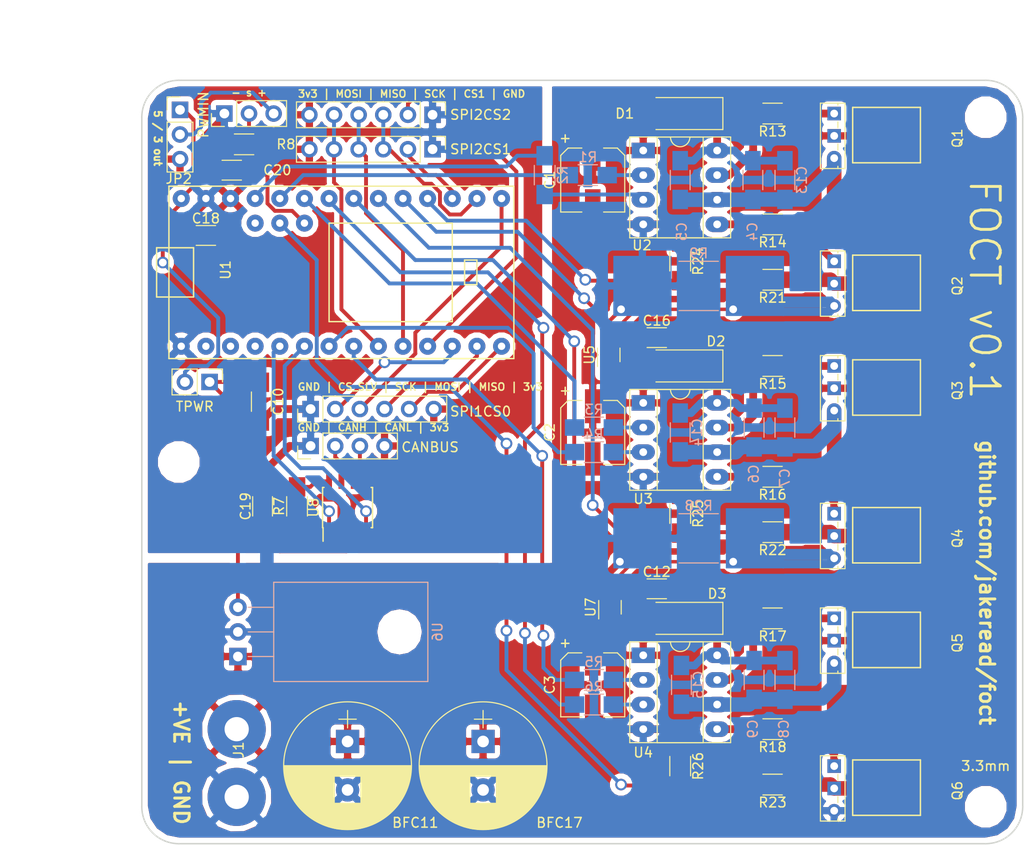
<source format=kicad_pcb>
(kicad_pcb (version 4) (host pcbnew 4.0.4-stable)
  (layers (0 F.Cu signal) (31 B.Cu signal hide) (34 B.Paste user) (35 F.Paste user) (36 B.SilkS user) (37 F.SilkS user) (38 B.Mask user) (39 F.Mask user) (44 Edge.Cuts user))
  (net 0 "")
  (net 1 VCC)
  (net 2 GND)
  (net 3 "Net-(C10-Pad1)")
  (net 4 CS2)
  (net 5 SCK2)
  (net 6 MOSI2)
  (net 7 3v3)
  (net 8 MISO2)
  (net 9 CS1)
  (net 10 SCK1)
  (net 11 MOSI1)
  (net 12 MISO1)
  (net 13 "Net-(Q1-Pad1)")
  (net 14 "Net-(Q2-Pad1)")
  (net 15 "Net-(Q3-Pad1)")
  (net 16 "Net-(Q4-Pad1)")
  (net 17 "Net-(Q4-Pad3)")
  (net 18 "Net-(Q5-Pad1)")
  (net 19 "Net-(Q6-Pad1)")
  (net 20 "Net-(R1-Pad1)")
  (net 21 "Net-(R2-Pad1)")
  (net 22 "Net-(R3-Pad1)")
  (net 23 "Net-(R4-Pad1)")
  (net 24 "Net-(R5-Pad1)")
  (net 25 "Net-(R6-Pad1)")
  (net 26 "Net-(R13-Pad2)")
  (net 27 "Net-(R14-Pad2)")
  (net 28 "Net-(R15-Pad2)")
  (net 29 "Net-(R16-Pad2)")
  (net 30 "Net-(R17-Pad2)")
  (net 31 "Net-(R18-Pad2)")
  (net 32 "Net-(U1-Pad0)")
  (net 33 "Net-(U1-Pad1)")
  (net 34 "Net-(Q2-Pad3)")
  (net 35 PHASE_U)
  (net 36 "Net-(C13-Pad2)")
  (net 37 PHASE_V)
  (net 38 "Net-(C14-Pad2)")
  (net 39 PHASE_W)
  (net 40 "Net-(C15-Pad2)")
  (net 41 HI_U)
  (net 42 LO_U)
  (net 43 HI_W)
  (net 44 LO_W)
  (net 45 "Net-(R7-Pad2)")
  (net 46 V_SENS_U)
  (net 47 V_SENS_V)
  (net 48 V_SENS_W)
  (net 49 "Net-(U1-Pad2)")
  (net 50 LO_V)
  (net 51 A_SENS_U)
  (net 52 A_SENS_V)
  (net 53 HI_V)
  (net 54 "Net-(U1-Pad31)")
  (net 55 "Net-(P1-Pad2)")
  (net 56 CS0)
  (net 57 "Net-(P3-Pad2)")
  (net 58 "Net-(P3-Pad3)")
  (net 59 CANTX)
  (net 60 CANRX)
  (net 61 "Net-(U8-Pad5)")
  (net 62 5v)
  (net 63 "Net-(C20-Pad2)")
  (net 64 "Net-(JP2-Pad2)")
  (module Capacitors_SMD:CP_Elec_6.3x7.7 (layer F.Cu) (at 123.698 79.883 270)
    (fp_text reference C1 (at 0 4.43 270) (layer F.SilkS))
    (fp_text value 56uF)
    (fp_text user + (at -4.28 2.91 270) (layer F.SilkS))
    (pad 1 smd rect (at -2.7 0 90) (size 3.5 1.6) (layers F.Cu F.Paste F.Mask) (net 1 VCC))
    (pad 2 smd rect (at 2.7 0 90) (size 3.5 1.6) (layers F.Cu F.Paste F.Mask) (net 2 GND))
  )
  (module teensy_3-2_bottomLess:Teensy3.2-bottomLess (layer F.Cu) (at 96.52 89.408 90)
    (fp_text reference U1 (at 0.254 -10.668 90) (layer F.SilkS))
    (fp_text value teensy_3-2)
    (pad 29 thru_hole circle (at 5.08 -2.54 90) (size 1.75 1.75) (drill 0.762) (layers *.Cu *.Mask) (net 63 "Net-(C20-Pad2)"))
    (pad 30 thru_hole circle (at 5.08 -5.08 90) (size 1.75 1.75) (drill 0.762) (layers *.Cu *.Mask) (net 48 V_SENS_W))
    (pad 31 thru_hole circle (at 5.08 -7.62 90) (size 1.75 1.75) (drill 0.762) (layers *.Cu *.Mask) (net 54 "Net-(U1-Pad31)"))
    (pad 0 thru_hole circle (at -7.62 -12.7 90) (size 1.75 1.75) (drill 0.762) (layers *.Cu *.Mask) (net 32 "Net-(U1-Pad0)"))
    (pad 1 thru_hole circle (at -7.62 -10.16 90) (size 1.75 1.75) (drill 0.762) (layers *.Cu *.Mask) (net 33 "Net-(U1-Pad1)"))
    (pad 2 thru_hole circle (at -7.62 -7.62 90) (size 1.75 1.75) (drill 0.762) (layers *.Cu *.Mask) (net 49 "Net-(U1-Pad2)"))
    (pad 3 thru_hole circle (at -7.62 -5.08 90) (size 1.75 1.75) (drill 0.762) (layers *.Cu *.Mask) (net 59 CANTX))
    (pad 4 thru_hole circle (at -7.62 -2.54 90) (size 1.75 1.75) (drill 0.762) (layers *.Cu *.Mask) (net 60 CANRX))
    (pad 5 thru_hole circle (at -7.62 0 90) (size 1.75 1.75) (drill 0.762) (layers *.Cu *.Mask) (net 50 LO_V))
    (pad 6 thru_hole circle (at -7.62 2.54 90) (size 1.75 1.75) (drill 0.762) (layers *.Cu *.Mask) (net 43 HI_W))
    (pad 7 thru_hole circle (at -7.62 5.08 90) (size 1.75 1.75) (drill 0.762) (layers *.Cu *.Mask) (net 6 MOSI2))
    (pad 8 thru_hole circle (at -7.62 7.62 90) (size 1.75 1.75) (drill 0.762) (layers *.Cu *.Mask) (net 8 MISO2))
    (pad 9 thru_hole circle (at -7.62 10.16 90) (size 1.75 1.75) (drill 0.762) (layers *.Cu *.Mask) (net 4 CS2))
    (pad 10 thru_hole circle (at -7.62 12.7 90) (size 1.75 1.75) (drill 0.762) (layers *.Cu *.Mask) (net 56 CS0))
    (pad 11 thru_hole circle (at -7.62 15.24 90) (size 1.75 1.75) (drill 0.762) (layers *.Cu *.Mask) (net 11 MOSI1))
    (pad 12 thru_hole circle (at -7.62 17.78 90) (size 1.75 1.75) (drill 0.762) (layers *.Cu *.Mask) (net 12 MISO1))
    (pad 13 thru_hole circle (at 7.62 17.78 90) (size 1.75 1.75) (drill 0.762) (layers *.Cu *.Mask) (net 10 SCK1))
    (pad 14 thru_hole circle (at 7.62 15.24 90) (size 1.75 1.75) (drill 0.762) (layers *.Cu *.Mask) (net 5 SCK2))
    (pad 15 thru_hole circle (at 7.62 12.7 90) (size 1.75 1.75) (drill 0.762) (layers *.Cu *.Mask) (net 9 CS1))
    (pad 16 thru_hole circle (at 7.62 10.16 90) (size 1.75 1.75) (drill 0.762) (layers *.Cu *.Mask) (net 46 V_SENS_U))
    (pad 17 thru_hole circle (at 7.62 7.62 90) (size 1.75 1.75) (drill 0.762) (layers *.Cu *.Mask) (net 51 A_SENS_U))
    (pad 18 thru_hole circle (at 7.62 5.08 90) (size 1.75 1.75) (drill 0.762) (layers *.Cu *.Mask) (net 47 V_SENS_V))
    (pad 19 thru_hole circle (at 7.62 2.54 90) (size 1.75 1.75) (drill 0.762) (layers *.Cu *.Mask) (net 52 A_SENS_V))
    (pad 20 thru_hole circle (at 7.62 0 90) (size 1.75 1.75) (drill 0.762) (layers *.Cu *.Mask) (net 44 LO_W))
    (pad 21 thru_hole circle (at 7.62 -2.54 90) (size 1.75 1.75) (drill 0.762) (layers *.Cu *.Mask) (net 53 HI_V))
    (pad 22 thru_hole circle (at 7.62 -5.08 90) (size 1.75 1.75) (drill 0.762) (layers *.Cu *.Mask) (net 41 HI_U))
    (pad 23 thru_hole circle (at 7.62 -7.62 90) (size 1.75 1.75) (drill 0.762) (layers *.Cu *.Mask) (net 42 LO_U))
    (pad 24 thru_hole circle (at 7.62 -10.16 90) (size 1.75 1.75) (drill 0.762) (layers *.Cu *.Mask) (net 7 3v3))
    (pad 25 thru_hole circle (at 7.62 -12.7 90) (size 1.75 1.75) (drill 0.762) (layers *.Cu *.Mask) (net 2 GND))
    (pad 26 thru_hole circle (at 7.62 -15.24 90) (size 1.75 1.75) (drill 0.762) (layers *.Cu *.Mask) (net 62 5v))
    (pad 27 thru_hole circle (at -7.62 -15.24 90) (size 1.75 1.75) (drill 0.762) (layers *.Cu *.Mask) (net 2 GND))
  )
  (module Housings_DIP:DIP-8_W7.62mm_Socket_LongPads (layer F.Cu) (at 128.905 76.835)
    (fp_text reference U2 (at -0.127 9.779) (layer F.SilkS))
    (fp_text value IR2101)
    (pad 1 thru_hole rect (at 0 0) (size 2.4 1.6) (drill 0.8) (layers *.Cu *.Mask) (net 1 VCC))
    (pad 5 thru_hole oval (at 7.62 7.62) (size 2.4 1.6) (drill 0.8) (layers *.Cu *.Mask) (net 27 "Net-(R14-Pad2)"))
    (pad 2 thru_hole oval (at 0 2.54) (size 2.4 1.6) (drill 0.8) (layers *.Cu *.Mask) (net 20 "Net-(R1-Pad1)"))
    (pad 6 thru_hole oval (at 7.62 5.08) (size 2.4 1.6) (drill 0.8) (layers *.Cu *.Mask) (net 35 PHASE_U))
    (pad 3 thru_hole oval (at 0 5.08) (size 2.4 1.6) (drill 0.8) (layers *.Cu *.Mask) (net 21 "Net-(R2-Pad1)"))
    (pad 7 thru_hole oval (at 7.62 2.54) (size 2.4 1.6) (drill 0.8) (layers *.Cu *.Mask) (net 26 "Net-(R13-Pad2)"))
    (pad 4 thru_hole oval (at 0 7.62) (size 2.4 1.6) (drill 0.8) (layers *.Cu *.Mask) (net 2 GND))
    (pad 8 thru_hole oval (at 7.62 0) (size 2.4 1.6) (drill 0.8) (layers *.Cu *.Mask) (net 36 "Net-(C13-Pad2)"))
  )
  (module Capacitors_SMD:C_1206_HandSoldering (layer B.Cu) (at 140.208 79.883 90)
    (fp_text reference C4 (at -5.325 -0.045 90) (layer B.SilkS) (effects (justify mirror)))
    (fp_text value 10uF)
    (pad 1 smd rect (at -2 0 90) (size 2 1.6) (layers B.Cu B.Paste B.Mask) (net 35 PHASE_U))
    (pad 2 smd rect (at 2 0 90) (size 2 1.6) (layers B.Cu B.Paste B.Mask) (net 36 "Net-(C13-Pad2)"))
  )
  (module Capacitors_SMD:C_1206_HandSoldering (layer B.Cu) (at 132.715 79.883 90)
    (fp_text reference C5 (at -5.325 0.165 90) (layer B.SilkS) (effects (justify mirror)))
    (fp_text value 0.1uF)
    (pad 1 smd rect (at -2 0 90) (size 2 1.6) (layers B.Cu B.Paste B.Mask) (net 35 PHASE_U))
    (pad 2 smd rect (at 2 0 90) (size 2 1.6) (layers B.Cu B.Paste B.Mask) (net 36 "Net-(C13-Pad2)"))
  )
  (module Capacitors_SMD:C_1206_HandSoldering (layer B.Cu) (at 140.335 105.41 90)
    (fp_text reference C6 (at -4.79 -0.035 90) (layer B.SilkS) (effects (justify mirror)))
    (fp_text value 10uF)
    (pad 1 smd rect (at -2 0 90) (size 2 1.6) (layers B.Cu B.Paste B.Mask) (net 37 PHASE_V))
    (pad 2 smd rect (at 2 0 90) (size 2 1.6) (layers B.Cu B.Paste B.Mask) (net 38 "Net-(C14-Pad2)"))
  )
  (module Capacitors_SMD:C_1206_HandSoldering (layer B.Cu) (at 143.51 105.41 90)
    (fp_text reference C7 (at -5.19 -0.01 90) (layer B.SilkS) (effects (justify mirror)))
    (fp_text value 0.1uF)
    (pad 1 smd rect (at -2 0 90) (size 2 1.6) (layers B.Cu B.Paste B.Mask) (net 37 PHASE_V))
    (pad 2 smd rect (at 2 0 90) (size 2 1.6) (layers B.Cu B.Paste B.Mask) (net 38 "Net-(C14-Pad2)"))
  )
  (module Capacitors_SMD:C_1206_HandSoldering (layer B.Cu) (at 143.51 131.445 90)
    (fp_text reference C8 (at -5.055 -0.11 90) (layer B.SilkS) (effects (justify mirror)))
    (fp_text value 10uF)
    (pad 1 smd rect (at -2 0 90) (size 2 1.6) (layers B.Cu B.Paste B.Mask) (net 39 PHASE_W))
    (pad 2 smd rect (at 2 0 90) (size 2 1.6) (layers B.Cu B.Paste B.Mask) (net 40 "Net-(C15-Pad2)"))
  )
  (module Capacitors_SMD:C_1206_HandSoldering (layer B.Cu) (at 140.335 131.445 90)
    (fp_text reference C9 (at -5.055 -0.135 90) (layer B.SilkS) (effects (justify mirror)))
    (fp_text value 0.1uF)
    (pad 1 smd rect (at -2 0 90) (size 2 1.6) (layers B.Cu B.Paste B.Mask) (net 39 PHASE_W))
    (pad 2 smd rect (at 2 0 90) (size 2 1.6) (layers B.Cu B.Paste B.Mask) (net 40 "Net-(C15-Pad2)"))
  )
  (module Capacitors_SMD:C_1206_HandSoldering (layer F.Cu) (at 89.535 102.743 270)
    (fp_text reference C10 (at 0 -1.75 270) (layer F.SilkS))
    (fp_text value 10uF)
    (pad 1 smd rect (at -2 0 270) (size 2 1.6) (layers F.Cu F.Paste F.Mask) (net 3 "Net-(C10-Pad1)"))
    (pad 2 smd rect (at 2 0 270) (size 2 1.6) (layers F.Cu F.Paste F.Mask) (net 2 GND))
  )
  (module Diodes_SMD:D_SMA_Handsoldering (layer F.Cu) (at 132.715 73.025 180)
    (fp_text reference D1 (at 5.715 0 180) (layer F.SilkS))
    (fp_text value 1N4001)
    (pad 1 smd rect (at -2.5 0 180) (size 3.5 1.8) (layers F.Cu F.Paste F.Mask) (net 36 "Net-(C13-Pad2)"))
    (pad 2 smd rect (at 2.5 0 180) (size 3.5 1.8) (layers F.Cu F.Paste F.Mask) (net 1 VCC))
  )
  (module Diodes_SMD:D_SMA_Handsoldering (layer F.Cu) (at 132.715 99.06 180)
    (fp_text reference D2 (at -3.683 2.54 180) (layer F.SilkS))
    (fp_text value 1N4001)
    (pad 1 smd rect (at -2.5 0 180) (size 3.5 1.8) (layers F.Cu F.Paste F.Mask) (net 38 "Net-(C14-Pad2)"))
    (pad 2 smd rect (at 2.5 0 180) (size 3.5 1.8) (layers F.Cu F.Paste F.Mask) (net 1 VCC))
  )
  (module Diodes_SMD:D_SMA_Handsoldering (layer F.Cu) (at 132.715 125.095 180)
    (fp_text reference D3 (at -3.81 2.54 180) (layer F.SilkS))
    (fp_text value 1N4001)
    (pad 1 smd rect (at -2.5 0 180) (size 3.5 1.8) (layers F.Cu F.Paste F.Mask) (net 40 "Net-(C15-Pad2)"))
    (pad 2 smd rect (at 2.5 0 180) (size 3.5 1.8) (layers F.Cu F.Paste F.Mask) (net 1 VCC))
  )
  (module Wire_Connections_Bridges:WireConnection_2.50mmDrill_LargePad (layer F.Cu) (at 86.995 143.51 90)
    (fp_text reference J1 (at 4.8514 0.2032 90) (layer F.SilkS))
    (fp_text value CONN_01X02)
    (pad 1 thru_hole circle (at 0 0 90) (size 5.99948 5.99948) (drill 2.49936) (layers *.Cu *.Mask) (net 2 GND))
    (pad 2 thru_hole circle (at 6.985 0 90) (size 5.99948 5.99948) (drill 2.49936) (layers *.Cu *.Mask) (net 1 VCC))
  )
  (module Resistors_SMD:R_1206_HandSoldering (layer B.Cu) (at 123.19 79.375 180)
    (fp_text reference R1 (at 0 1.85 180) (layer B.SilkS) (effects (justify mirror)))
    (fp_text value 220R)
    (pad 1 smd rect (at -2 0 180) (size 2 1.7) (layers B.Cu B.Paste B.Mask) (net 20 "Net-(R1-Pad1)"))
    (pad 2 smd rect (at 2 0 180) (size 2 1.7) (layers B.Cu B.Paste B.Mask) (net 41 HI_U))
  )
  (module Resistors_SMD:R_1206_HandSoldering (layer B.Cu) (at 118.745 79.375 90)
    (fp_text reference R2 (at 0 1.85 90) (layer B.SilkS) (effects (justify mirror)))
    (fp_text value 220R)
    (pad 1 smd rect (at -2 0 90) (size 2 1.7) (layers B.Cu B.Paste B.Mask) (net 21 "Net-(R2-Pad1)"))
    (pad 2 smd rect (at 2 0 90) (size 2 1.7) (layers B.Cu B.Paste B.Mask) (net 42 LO_U))
  )
  (module Resistors_SMD:R_1206_HandSoldering (layer B.Cu) (at 123.825 105.41 180)
    (fp_text reference R3 (at 0 1.85 180) (layer B.SilkS) (effects (justify mirror)))
    (fp_text value 220R)
    (pad 1 smd rect (at -2 0 180) (size 2 1.7) (layers B.Cu B.Paste B.Mask) (net 22 "Net-(R3-Pad1)"))
    (pad 2 smd rect (at 2 0 180) (size 2 1.7) (layers B.Cu B.Paste B.Mask) (net 53 HI_V))
  )
  (module Resistors_SMD:R_1206_HandSoldering (layer B.Cu) (at 123.825 107.95 180)
    (fp_text reference R4 (at 0 1.85 180) (layer B.SilkS) (effects (justify mirror)))
    (fp_text value 220R)
    (pad 1 smd rect (at -2 0 180) (size 2 1.7) (layers B.Cu B.Paste B.Mask) (net 23 "Net-(R4-Pad1)"))
    (pad 2 smd rect (at 2 0 180) (size 2 1.7) (layers B.Cu B.Paste B.Mask) (net 50 LO_V))
  )
  (module Resistors_SMD:R_1206_HandSoldering (layer B.Cu) (at 123.825 131.445 180)
    (fp_text reference R5 (at 0 1.85 180) (layer B.SilkS) (effects (justify mirror)))
    (fp_text value 220R)
    (pad 1 smd rect (at -2 0 180) (size 2 1.7) (layers B.Cu B.Paste B.Mask) (net 24 "Net-(R5-Pad1)"))
    (pad 2 smd rect (at 2 0 180) (size 2 1.7) (layers B.Cu B.Paste B.Mask) (net 43 HI_W))
  )
  (module Resistors_SMD:R_1206_HandSoldering (layer B.Cu) (at 123.825 133.985 180)
    (fp_text reference R6 (at 0 1.85 180) (layer B.SilkS) (effects (justify mirror)))
    (fp_text value 220R)
    (pad 1 smd rect (at -2 0 180) (size 2 1.7) (layers B.Cu B.Paste B.Mask) (net 25 "Net-(R6-Pad1)"))
    (pad 2 smd rect (at 2 0 180) (size 2 1.7) (layers B.Cu B.Paste B.Mask) (net 44 LO_W))
  )
  (module R_SHUNT_3920:R_2816_HandSoldering (layer B.Cu) (at 134.62 90.805 180)
    (fp_text reference R9 (at 0 3.36 180) (layer B.SilkS) (effects (justify mirror)))
    (fp_text value .001)
    (pad 1 smd rect (at -5.8 0 180) (size 6 6.2) (layers B.Cu B.Paste B.Mask) (net 34 "Net-(Q2-Pad3)"))
    (pad 2 smd rect (at 5.8 0 180) (size 6 6.2) (layers B.Cu B.Paste B.Mask) (net 2 GND))
  )
  (module Resistors_SMD:R_1206_HandSoldering (layer F.Cu) (at 142.24 73.025 180)
    (fp_text reference R13 (at 0 -1.85 180) (layer F.SilkS))
    (fp_text value 4R7)
    (pad 1 smd rect (at -2 0 180) (size 2 1.7) (layers F.Cu F.Paste F.Mask) (net 13 "Net-(Q1-Pad1)"))
    (pad 2 smd rect (at 2 0 180) (size 2 1.7) (layers F.Cu F.Paste F.Mask) (net 26 "Net-(R13-Pad2)"))
  )
  (module Resistors_SMD:R_1206_HandSoldering (layer F.Cu) (at 142.24 84.455 180)
    (fp_text reference R14 (at 0 -1.85 180) (layer F.SilkS))
    (fp_text value 4R7)
    (pad 1 smd rect (at -2 0 180) (size 2 1.7) (layers F.Cu F.Paste F.Mask) (net 14 "Net-(Q2-Pad1)"))
    (pad 2 smd rect (at 2 0 180) (size 2 1.7) (layers F.Cu F.Paste F.Mask) (net 27 "Net-(R14-Pad2)"))
  )
  (module Resistors_SMD:R_1206_HandSoldering (layer F.Cu) (at 142.24 99.06 180)
    (fp_text reference R15 (at 0 -1.85 180) (layer F.SilkS))
    (fp_text value 4R7)
    (pad 1 smd rect (at -2 0 180) (size 2 1.7) (layers F.Cu F.Paste F.Mask) (net 15 "Net-(Q3-Pad1)"))
    (pad 2 smd rect (at 2 0 180) (size 2 1.7) (layers F.Cu F.Paste F.Mask) (net 28 "Net-(R15-Pad2)"))
  )
  (module Resistors_SMD:R_1206_HandSoldering (layer F.Cu) (at 142.24 110.49 180)
    (fp_text reference R16 (at 0 -1.85 180) (layer F.SilkS))
    (fp_text value 4R7)
    (pad 1 smd rect (at -2 0 180) (size 2 1.7) (layers F.Cu F.Paste F.Mask) (net 16 "Net-(Q4-Pad1)"))
    (pad 2 smd rect (at 2 0 180) (size 2 1.7) (layers F.Cu F.Paste F.Mask) (net 29 "Net-(R16-Pad2)"))
  )
  (module Resistors_SMD:R_1206_HandSoldering (layer F.Cu) (at 142.24 125.095 180)
    (fp_text reference R17 (at 0 -1.85 180) (layer F.SilkS))
    (fp_text value 4R7)
    (pad 1 smd rect (at -2 0 180) (size 2 1.7) (layers F.Cu F.Paste F.Mask) (net 18 "Net-(Q5-Pad1)"))
    (pad 2 smd rect (at 2 0 180) (size 2 1.7) (layers F.Cu F.Paste F.Mask) (net 30 "Net-(R17-Pad2)"))
  )
  (module Resistors_SMD:R_1206_HandSoldering (layer F.Cu) (at 142.24 136.525 180)
    (fp_text reference R18 (at 0 -1.85 180) (layer F.SilkS))
    (fp_text value 4R7)
    (pad 1 smd rect (at -2 0 180) (size 2 1.7) (layers F.Cu F.Paste F.Mask) (net 19 "Net-(Q6-Pad1)"))
    (pad 2 smd rect (at 2 0 180) (size 2 1.7) (layers F.Cu F.Paste F.Mask) (net 31 "Net-(R18-Pad2)"))
  )
  (module Resistors_SMD:R_1206_HandSoldering (layer F.Cu) (at 142.24 90.17 180)
    (fp_text reference R21 (at 0 -1.85 180) (layer F.SilkS))
    (fp_text value 39K)
    (pad 1 smd rect (at -2 0 180) (size 2 1.7) (layers F.Cu F.Paste F.Mask) (net 35 PHASE_U))
    (pad 2 smd rect (at 2 0 180) (size 2 1.7) (layers F.Cu F.Paste F.Mask) (net 46 V_SENS_U))
  )
  (module Resistors_SMD:R_1206_HandSoldering (layer F.Cu) (at 142.24 116.205 180)
    (fp_text reference R22 (at 0 -1.85 180) (layer F.SilkS))
    (fp_text value 39K)
    (pad 1 smd rect (at -2 0 180) (size 2 1.7) (layers F.Cu F.Paste F.Mask) (net 37 PHASE_V))
    (pad 2 smd rect (at 2 0 180) (size 2 1.7) (layers F.Cu F.Paste F.Mask) (net 47 V_SENS_V))
  )
  (module TO_SOT_Packages_THT:TO-220_Horizontal (layer B.Cu) (at 87.122 129.032 90)
    (fp_text reference U6 (at 2.54 20.58 90) (layer B.SilkS) (effects (justify mirror)))
    (fp_text value LM7805)
    (pad 0 np_thru_hole oval (at 2.54 16.66 90) (size 3.5 3.5) (drill 3.5) (layers *.Cu *.Mask))
    (pad 1 thru_hole rect (at 0 0 90) (size 1.8 1.8) (drill 1) (layers *.Cu *.Mask) (net 1 VCC))
    (pad 2 thru_hole oval (at 2.54 0 90) (size 1.8 1.8) (drill 1) (layers *.Cu *.Mask) (net 2 GND))
    (pad 3 thru_hole oval (at 5.08 0 90) (size 1.8 1.8) (drill 1) (layers *.Cu *.Mask) (net 3 "Net-(C10-Pad1)"))
  )
  (module TO-251_IPAK_Slammed:TO-251_IPAK_Vertical (layer F.Cu) (at 148.59 99.06 270)
    (fp_text reference Q3 (at 2.54 -12.7 270) (layer F.SilkS))
    (fp_text value Q_NMOS_GDS)
    (pad 1 thru_hole rect (at 0 0 270) (size 1.4 1.4) (drill 0.8) (layers *.Cu *.Mask) (net 15 "Net-(Q3-Pad1)"))
    (pad 2 thru_hole rect (at 2.3 0 270) (size 1.4 1.4) (drill 0.8) (layers *.Cu *.Mask) (net 1 VCC))
    (pad 3 thru_hole oval (at 4.6 0 270) (size 1.4 1.4) (drill 0.8) (layers *.Cu *.Mask) (net 37 PHASE_V))
    (pad 2 smd rect (at 2.3 -6.5 270) (size 6.75 9.5) (layers F.Cu F.Paste F.Mask) (net 1 VCC))
  )
  (module TO-251_IPAK_Slammed:TO-251_IPAK_Vertical (layer F.Cu) (at 148.59 73.025 270)
    (fp_text reference Q1 (at 2.54 -12.7 270) (layer F.SilkS))
    (fp_text value Q_NMOS_GDS)
    (pad 1 thru_hole rect (at 0 0 270) (size 1.4 1.4) (drill 0.8) (layers *.Cu *.Mask) (net 13 "Net-(Q1-Pad1)"))
    (pad 2 thru_hole rect (at 2.3 0 270) (size 1.4 1.4) (drill 0.8) (layers *.Cu *.Mask) (net 1 VCC))
    (pad 3 thru_hole oval (at 4.6 0 270) (size 1.4 1.4) (drill 0.8) (layers *.Cu *.Mask) (net 35 PHASE_U))
    (pad 2 smd rect (at 2.3 -6.5 270) (size 6.75 9.5) (layers F.Cu F.Paste F.Mask) (net 1 VCC))
  )
  (module TO-251_IPAK_Slammed:TO-251_IPAK_Vertical (layer F.Cu) (at 148.59 114.3 270)
    (fp_text reference Q4 (at 2.54 -12.7 270) (layer F.SilkS))
    (fp_text value Q_NMOS_GDS)
    (pad 1 thru_hole rect (at 0 0 270) (size 1.4 1.4) (drill 0.8) (layers *.Cu *.Mask) (net 16 "Net-(Q4-Pad1)"))
    (pad 2 thru_hole rect (at 2.3 0 270) (size 1.4 1.4) (drill 0.8) (layers *.Cu *.Mask) (net 37 PHASE_V))
    (pad 3 thru_hole oval (at 4.6 0 270) (size 1.4 1.4) (drill 0.8) (layers *.Cu *.Mask) (net 17 "Net-(Q4-Pad3)"))
    (pad 2 smd rect (at 2.3 -6.5 270) (size 6.75 9.5) (layers F.Cu F.Paste F.Mask) (net 37 PHASE_V))
  )
  (module TO-251_IPAK_Slammed:TO-251_IPAK_Vertical (layer F.Cu) (at 148.59 125.095 270)
    (fp_text reference Q5 (at 2.54 -12.7 270) (layer F.SilkS))
    (fp_text value Q_NMOS_GDS)
    (pad 1 thru_hole rect (at 0 0 270) (size 1.4 1.4) (drill 0.8) (layers *.Cu *.Mask) (net 18 "Net-(Q5-Pad1)"))
    (pad 2 thru_hole rect (at 2.3 0 270) (size 1.4 1.4) (drill 0.8) (layers *.Cu *.Mask) (net 1 VCC))
    (pad 3 thru_hole oval (at 4.6 0 270) (size 1.4 1.4) (drill 0.8) (layers *.Cu *.Mask) (net 39 PHASE_W))
    (pad 2 smd rect (at 2.3 -6.5 270) (size 6.75 9.5) (layers F.Cu F.Paste F.Mask) (net 1 VCC))
  )
  (module TO-251_IPAK_Slammed:TO-251_IPAK_Vertical (layer F.Cu) (at 148.59 140.335 270)
    (fp_text reference Q6 (at 2.54 -12.7 270) (layer F.SilkS))
    (fp_text value Q_NMOS_GDS)
    (pad 1 thru_hole rect (at 0 0 270) (size 1.4 1.4) (drill 0.8) (layers *.Cu *.Mask) (net 19 "Net-(Q6-Pad1)"))
    (pad 2 thru_hole rect (at 2.3 0 270) (size 1.4 1.4) (drill 0.8) (layers *.Cu *.Mask) (net 39 PHASE_W))
    (pad 3 thru_hole oval (at 4.6 0 270) (size 1.4 1.4) (drill 0.8) (layers *.Cu *.Mask) (net 2 GND))
    (pad 2 smd rect (at 2.3 -6.5 270) (size 6.75 9.5) (layers F.Cu F.Paste F.Mask) (net 39 PHASE_W))
  )
  (module Resistors_SMD:R_1206_HandSoldering (layer F.Cu) (at 142.24 142.24 180)
    (fp_text reference R23 (at 0 -1.85 180) (layer F.SilkS))
    (fp_text value 39K)
    (pad 1 smd rect (at -2 0 180) (size 2 1.7) (layers F.Cu F.Paste F.Mask) (net 39 PHASE_W))
    (pad 2 smd rect (at 2 0 180) (size 2 1.7) (layers F.Cu F.Paste F.Mask) (net 48 V_SENS_W))
  )
  (module Resistors_SMD:R_1206_HandSoldering (layer F.Cu) (at 132.715 88.265 270)
    (fp_text reference R24 (at 0 -1.85 270) (layer F.SilkS))
    (fp_text value 5K6)
    (pad 1 smd rect (at -2 0 270) (size 2 1.7) (layers F.Cu F.Paste F.Mask) (net 2 GND))
    (pad 2 smd rect (at 2 0 270) (size 2 1.7) (layers F.Cu F.Paste F.Mask) (net 46 V_SENS_U))
  )
  (module Resistors_SMD:R_1206_HandSoldering (layer F.Cu) (at 132.715 114.3 270)
    (fp_text reference R25 (at 0 -1.85 270) (layer F.SilkS))
    (fp_text value 5K6)
    (pad 1 smd rect (at -2 0 270) (size 2 1.7) (layers F.Cu F.Paste F.Mask) (net 2 GND))
    (pad 2 smd rect (at 2 0 270) (size 2 1.7) (layers F.Cu F.Paste F.Mask) (net 47 V_SENS_V))
  )
  (module Resistors_SMD:R_1206_HandSoldering (layer F.Cu) (at 132.715 140.335 270)
    (fp_text reference R26 (at 0 -1.85 270) (layer F.SilkS))
    (fp_text value 5K6)
    (pad 1 smd rect (at -2 0 270) (size 2 1.7) (layers F.Cu F.Paste F.Mask) (net 2 GND))
    (pad 2 smd rect (at 2 0 270) (size 2 1.7) (layers F.Cu F.Paste F.Mask) (net 48 V_SENS_W))
  )
  (module R_SHUNT_3920:R_2816_HandSoldering (layer B.Cu) (at 134.62 116.84 180)
    (fp_text reference R28 (at 0 3.36 180) (layer B.SilkS) (effects (justify mirror)))
    (fp_text value .001)
    (pad 1 smd rect (at -5.8 0 180) (size 6 6.2) (layers B.Cu B.Paste B.Mask) (net 17 "Net-(Q4-Pad3)"))
    (pad 2 smd rect (at 5.8 0 180) (size 6 6.2) (layers B.Cu B.Paste B.Mask) (net 2 GND))
  )
  (module Housings_DIP:DIP-8_W7.62mm_Socket_LongPads (layer F.Cu) (at 128.905 102.87)
    (fp_text reference U3 (at 0 9.906) (layer F.SilkS))
    (fp_text value IR2101)
    (pad 1 thru_hole rect (at 0 0) (size 2.4 1.6) (drill 0.8) (layers *.Cu *.Mask) (net 1 VCC))
    (pad 5 thru_hole oval (at 7.62 7.62) (size 2.4 1.6) (drill 0.8) (layers *.Cu *.Mask) (net 29 "Net-(R16-Pad2)"))
    (pad 2 thru_hole oval (at 0 2.54) (size 2.4 1.6) (drill 0.8) (layers *.Cu *.Mask) (net 22 "Net-(R3-Pad1)"))
    (pad 6 thru_hole oval (at 7.62 5.08) (size 2.4 1.6) (drill 0.8) (layers *.Cu *.Mask) (net 37 PHASE_V))
    (pad 3 thru_hole oval (at 0 5.08) (size 2.4 1.6) (drill 0.8) (layers *.Cu *.Mask) (net 23 "Net-(R4-Pad1)"))
    (pad 7 thru_hole oval (at 7.62 2.54) (size 2.4 1.6) (drill 0.8) (layers *.Cu *.Mask) (net 28 "Net-(R15-Pad2)"))
    (pad 4 thru_hole oval (at 0 7.62) (size 2.4 1.6) (drill 0.8) (layers *.Cu *.Mask) (net 2 GND))
    (pad 8 thru_hole oval (at 7.62 0) (size 2.4 1.6) (drill 0.8) (layers *.Cu *.Mask) (net 38 "Net-(C14-Pad2)"))
  )
  (module Housings_DIP:DIP-8_W7.62mm_Socket_LongPads (layer F.Cu) (at 128.905 128.905)
    (fp_text reference U4 (at 0 10.033) (layer F.SilkS))
    (fp_text value IR2101)
    (pad 1 thru_hole rect (at 0 0) (size 2.4 1.6) (drill 0.8) (layers *.Cu *.Mask) (net 1 VCC))
    (pad 5 thru_hole oval (at 7.62 7.62) (size 2.4 1.6) (drill 0.8) (layers *.Cu *.Mask) (net 31 "Net-(R18-Pad2)"))
    (pad 2 thru_hole oval (at 0 2.54) (size 2.4 1.6) (drill 0.8) (layers *.Cu *.Mask) (net 24 "Net-(R5-Pad1)"))
    (pad 6 thru_hole oval (at 7.62 5.08) (size 2.4 1.6) (drill 0.8) (layers *.Cu *.Mask) (net 39 PHASE_W))
    (pad 3 thru_hole oval (at 0 5.08) (size 2.4 1.6) (drill 0.8) (layers *.Cu *.Mask) (net 25 "Net-(R6-Pad1)"))
    (pad 7 thru_hole oval (at 7.62 2.54) (size 2.4 1.6) (drill 0.8) (layers *.Cu *.Mask) (net 30 "Net-(R17-Pad2)"))
    (pad 4 thru_hole oval (at 0 7.62) (size 2.4 1.6) (drill 0.8) (layers *.Cu *.Mask) (net 2 GND))
    (pad 8 thru_hole oval (at 7.62 0) (size 2.4 1.6) (drill 0.8) (layers *.Cu *.Mask) (net 40 "Net-(C15-Pad2)"))
  )
  (module Capacitors_ThroughHole:CP_Radial_D13.0mm_P5.00mm (layer F.Cu) (at 98.425 137.795 270)
    (fp_text reference BFC11 (at 8.382 -6.985 360) (layer F.SilkS))
    (fp_text value 2000uF)
    (pad 1 thru_hole rect (at 0 0 270) (size 2.4 2.4) (drill 1.2) (layers *.Cu *.Mask) (net 1 VCC))
    (pad 2 thru_hole circle (at 5 0 270) (size 2.4 2.4) (drill 1.2) (layers *.Cu *.Mask) (net 2 GND))
  )
  (module Capacitors_SMD:C_1206_HandSoldering (layer F.Cu) (at 130.302 122.047)
    (fp_text reference C12 (at 0 -1.75) (layer F.SilkS))
    (fp_text value 0.1uF)
    (pad 1 smd rect (at -2 0) (size 2 1.6) (layers F.Cu F.Paste F.Mask) (net 2 GND))
    (pad 2 smd rect (at 2 0) (size 2 1.6) (layers F.Cu F.Paste F.Mask) (net 1 VCC))
  )
  (module Capacitors_SMD:C_1206_HandSoldering (layer B.Cu) (at 143.51 79.883 90)
    (fp_text reference C13 (at 0 1.75 90) (layer B.SilkS) (effects (justify mirror)))
    (fp_text value 10uF)
    (pad 1 smd rect (at -2 0 90) (size 2 1.6) (layers B.Cu B.Paste B.Mask) (net 35 PHASE_U))
    (pad 2 smd rect (at 2 0 90) (size 2 1.6) (layers B.Cu B.Paste B.Mask) (net 36 "Net-(C13-Pad2)"))
  )
  (module Capacitors_SMD:C_1206_HandSoldering (layer B.Cu) (at 132.715 105.918 90)
    (fp_text reference C14 (at 0 1.75 90) (layer B.SilkS) (effects (justify mirror)))
    (fp_text value 10uF)
    (pad 1 smd rect (at -2 0 90) (size 2 1.6) (layers B.Cu B.Paste B.Mask) (net 37 PHASE_V))
    (pad 2 smd rect (at 2 0 90) (size 2 1.6) (layers B.Cu B.Paste B.Mask) (net 38 "Net-(C14-Pad2)"))
  )
  (module Capacitors_SMD:C_1206_HandSoldering (layer B.Cu) (at 132.842 131.953 90)
    (fp_text reference C15 (at 0 1.75 90) (layer B.SilkS) (effects (justify mirror)))
    (fp_text value 10uF)
    (pad 1 smd rect (at -2 0 90) (size 2 1.6) (layers B.Cu B.Paste B.Mask) (net 39 PHASE_W))
    (pad 2 smd rect (at 2 0 90) (size 2 1.6) (layers B.Cu B.Paste B.Mask) (net 40 "Net-(C15-Pad2)"))
  )
  (module Capacitors_SMD:C_1206_HandSoldering (layer F.Cu) (at 130.302 96.139)
    (fp_text reference C16 (at 0 -1.75) (layer F.SilkS))
    (fp_text value 0.1uF)
    (pad 1 smd rect (at -2 0) (size 2 1.6) (layers F.Cu F.Paste F.Mask) (net 2 GND))
    (pad 2 smd rect (at 2 0) (size 2 1.6) (layers F.Cu F.Paste F.Mask) (net 1 VCC))
  )
  (module Pin_Headers:Pin_Header_Straight_1x06_Pitch2.54mm (layer F.Cu) (at 107.188 73.152 270)
    (fp_text reference SPI2CS2 (at 0 -4.953 360) (layer F.SilkS))
    (fp_text value CONN_01X06)
    (pad 1 thru_hole rect (at 0 0 270) (size 1.7 1.7) (drill 1) (layers *.Cu *.Mask) (net 2 GND))
    (pad 2 thru_hole oval (at 0 2.54 270) (size 1.7 1.7) (drill 1) (layers *.Cu *.Mask) (net 4 CS2))
    (pad 3 thru_hole oval (at 0 5.08 270) (size 1.7 1.7) (drill 1) (layers *.Cu *.Mask) (net 5 SCK2))
    (pad 4 thru_hole oval (at 0 7.62 270) (size 1.7 1.7) (drill 1) (layers *.Cu *.Mask) (net 8 MISO2))
    (pad 5 thru_hole oval (at 0 10.16 270) (size 1.7 1.7) (drill 1) (layers *.Cu *.Mask) (net 6 MOSI2))
    (pad 6 thru_hole oval (at 0 12.7 270) (size 1.7 1.7) (drill 1) (layers *.Cu *.Mask) (net 7 3v3))
  )
  (module Pin_Headers:Pin_Header_Straight_1x06_Pitch2.54mm (layer F.Cu) (at 107.188 76.708 270)
    (fp_text reference SPI2CS1 (at 0 -4.953 360) (layer F.SilkS))
    (fp_text value CONN_01X06)
    (pad 1 thru_hole rect (at 0 0 270) (size 1.7 1.7) (drill 1) (layers *.Cu *.Mask) (net 2 GND))
    (pad 2 thru_hole oval (at 0 2.54 270) (size 1.7 1.7) (drill 1) (layers *.Cu *.Mask) (net 9 CS1))
    (pad 3 thru_hole oval (at 0 5.08 270) (size 1.7 1.7) (drill 1) (layers *.Cu *.Mask) (net 5 SCK2))
    (pad 4 thru_hole oval (at 0 7.62 270) (size 1.7 1.7) (drill 1) (layers *.Cu *.Mask) (net 8 MISO2))
    (pad 5 thru_hole oval (at 0 10.16 270) (size 1.7 1.7) (drill 1) (layers *.Cu *.Mask) (net 6 MOSI2))
    (pad 6 thru_hole oval (at 0 12.7 270) (size 1.7 1.7) (drill 1) (layers *.Cu *.Mask) (net 7 3v3))
  )
  (module Pin_Headers:Pin_Header_Straight_1x02_Pitch2.54mm (layer F.Cu) (at 84.201 100.711 270)
    (fp_text reference TPWR (at 2.54 1.524 360) (layer F.SilkS))
    (fp_text value JUMPER)
    (pad 1 thru_hole rect (at 0 0 270) (size 1.7 1.7) (drill 1) (layers *.Cu *.Mask) (net 3 "Net-(C10-Pad1)"))
    (pad 2 thru_hole oval (at 0 2.54 270) (size 1.7 1.7) (drill 1) (layers *.Cu *.Mask) (net 62 5v))
  )
  (module TO-251_IPAK_Slammed:TO-251_IPAK_Vertical (layer F.Cu) (at 148.59 88.265 270)
    (fp_text reference Q2 (at 2.54 -12.7 270) (layer F.SilkS))
    (fp_text value Q_NMOS_GDS)
    (pad 1 thru_hole rect (at 0 0 270) (size 1.4 1.4) (drill 0.8) (layers *.Cu *.Mask) (net 14 "Net-(Q2-Pad1)"))
    (pad 2 thru_hole rect (at 2.3 0 270) (size 1.4 1.4) (drill 0.8) (layers *.Cu *.Mask) (net 35 PHASE_U))
    (pad 3 thru_hole oval (at 4.6 0 270) (size 1.4 1.4) (drill 0.8) (layers *.Cu *.Mask) (net 34 "Net-(Q2-Pad3)"))
    (pad 2 smd rect (at 2.3 -6.5 270) (size 6.75 9.5) (layers F.Cu F.Paste F.Mask) (net 35 PHASE_U))
  )
  (module TO_SOT_Packages_SMD:SOT-363_SC-70-6_Handsoldering (layer F.Cu) (at 125.349 97.917 90)
    (fp_text reference U5 (at 0 -2 90) (layer F.SilkS))
    (fp_text value INA21x)
    (pad 1 smd rect (at -1.33 -0.65 90) (size 1.5 0.4) (layers F.Cu F.Paste F.Mask) (net 2 GND))
    (pad 2 smd rect (at -1.33 0 90) (size 1.5 0.4) (layers F.Cu F.Paste F.Mask) (net 2 GND))
    (pad 3 smd rect (at -1.33 0.65 90) (size 1.5 0.4) (layers F.Cu F.Paste F.Mask) (net 1 VCC))
    (pad 4 smd rect (at 1.33 0.65 90) (size 1.5 0.4) (layers F.Cu F.Paste F.Mask) (net 34 "Net-(Q2-Pad3)"))
    (pad 5 smd rect (at 1.33 0 90) (size 1.5 0.4) (layers F.Cu F.Paste F.Mask) (net 2 GND))
    (pad 6 smd rect (at 1.33 -0.65 90) (size 1.5 0.4) (layers F.Cu F.Paste F.Mask) (net 51 A_SENS_U))
  )
  (module TO_SOT_Packages_SMD:SOT-363_SC-70-6_Handsoldering (layer F.Cu) (at 125.476 123.952 90)
    (fp_text reference U7 (at 0 -2 90) (layer F.SilkS))
    (fp_text value INA21x)
    (pad 1 smd rect (at -1.33 -0.65 90) (size 1.5 0.4) (layers F.Cu F.Paste F.Mask) (net 2 GND))
    (pad 2 smd rect (at -1.33 0 90) (size 1.5 0.4) (layers F.Cu F.Paste F.Mask) (net 2 GND))
    (pad 3 smd rect (at -1.33 0.65 90) (size 1.5 0.4) (layers F.Cu F.Paste F.Mask) (net 1 VCC))
    (pad 4 smd rect (at 1.33 0.65 90) (size 1.5 0.4) (layers F.Cu F.Paste F.Mask) (net 17 "Net-(Q4-Pad3)"))
    (pad 5 smd rect (at 1.33 0 90) (size 1.5 0.4) (layers F.Cu F.Paste F.Mask) (net 2 GND))
    (pad 6 smd rect (at 1.33 -0.65 90) (size 1.5 0.4) (layers F.Cu F.Paste F.Mask) (net 52 A_SENS_V))
  )
  (module Capacitors_ThroughHole:CP_Radial_D13.0mm_P5.00mm (layer F.Cu) (at 112.395 137.795 270)
    (fp_text reference BFC17 (at 8.382 -7.874 360) (layer F.SilkS))
    (fp_text value 2000uF)
    (pad 1 thru_hole rect (at 0 0 270) (size 2.4 2.4) (drill 1.2) (layers *.Cu *.Mask) (net 1 VCC))
    (pad 2 thru_hole circle (at 5 0 270) (size 2.4 2.4) (drill 1.2) (layers *.Cu *.Mask) (net 2 GND))
  )
  (module Pin_Headers:Pin_Header_Straight_1x03_Pitch2.54mm (layer F.Cu) (at 85.725 73.025 90)
    (fp_text reference PWMIN (at -0.127 -2.159 270) (layer F.SilkS))
    (fp_text value CONN_01X03)
    (pad 1 thru_hole rect (at 0 0 90) (size 1.7 1.7) (drill 1) (layers *.Cu *.Mask) (net 2 GND))
    (pad 2 thru_hole oval (at 0 2.54 90) (size 1.7 1.7) (drill 1) (layers *.Cu *.Mask) (net 55 "Net-(P1-Pad2)"))
    (pad 3 thru_hole oval (at 0 5.08 90) (size 1.7 1.7) (drill 1) (layers *.Cu *.Mask) (net 64 "Net-(JP2-Pad2)"))
  )
  (module Capacitors_SMD:C_1206_HandSoldering (layer F.Cu) (at 83.82 85.598)
    (fp_text reference C18 (at 0 -1.75) (layer F.SilkS))
    (fp_text value 10uF)
    (pad 1 smd rect (at -2 0) (size 2 1.6) (layers F.Cu F.Paste F.Mask) (net 2 GND))
    (pad 2 smd rect (at 2 0) (size 2 1.6) (layers F.Cu F.Paste F.Mask) (net 7 3v3))
  )
  (module Capacitors_SMD:C_1206_HandSoldering (layer F.Cu) (at 89.662 113.538 90)
    (fp_text reference C19 (at 0 -1.75 90) (layer F.SilkS))
    (fp_text value 10uF)
    (pad 1 smd rect (at -2 0 90) (size 2 1.6) (layers F.Cu F.Paste F.Mask) (net 1 VCC))
    (pad 2 smd rect (at 2 0 90) (size 2 1.6) (layers F.Cu F.Paste F.Mask) (net 2 GND))
  )
  (module Pin_Headers:Pin_Header_Straight_1x06_Pitch2.54mm (layer F.Cu) (at 94.615 103.505 90)
    (fp_text reference SPI1CS0 (at -0.254 17.526 180) (layer F.SilkS))
    (fp_text value CONN_01X06)
    (pad 1 thru_hole rect (at 0 0 90) (size 1.7 1.7) (drill 1) (layers *.Cu *.Mask) (net 2 GND))
    (pad 2 thru_hole oval (at 0 2.54 90) (size 1.7 1.7) (drill 1) (layers *.Cu *.Mask) (net 56 CS0))
    (pad 3 thru_hole oval (at 0 5.08 90) (size 1.7 1.7) (drill 1) (layers *.Cu *.Mask) (net 10 SCK1))
    (pad 4 thru_hole oval (at 0 7.62 90) (size 1.7 1.7) (drill 1) (layers *.Cu *.Mask) (net 11 MOSI1))
    (pad 5 thru_hole oval (at 0 10.16 90) (size 1.7 1.7) (drill 1) (layers *.Cu *.Mask) (net 12 MISO1))
    (pad 6 thru_hole oval (at 0 12.7 90) (size 1.7 1.7) (drill 1) (layers *.Cu *.Mask) (net 7 3v3))
  )
  (module Pin_Headers:Pin_Header_Straight_1x04_Pitch2.54mm (layer F.Cu) (at 94.615 107.315 90)
    (fp_text reference CANBUS (at -0.127 12.319 180) (layer F.SilkS))
    (fp_text value CONN_01X04)
    (pad 1 thru_hole rect (at 0 0 90) (size 1.7 1.7) (drill 1) (layers *.Cu *.Mask) (net 2 GND))
    (pad 2 thru_hole oval (at 0 2.54 90) (size 1.7 1.7) (drill 1) (layers *.Cu *.Mask) (net 57 "Net-(P3-Pad2)"))
    (pad 3 thru_hole oval (at 0 5.08 90) (size 1.7 1.7) (drill 1) (layers *.Cu *.Mask) (net 58 "Net-(P3-Pad3)"))
    (pad 4 thru_hole oval (at 0 7.62 90) (size 1.7 1.7) (drill 1) (layers *.Cu *.Mask) (net 7 3v3))
  )
  (module Resistors_SMD:R_1206_HandSoldering (layer F.Cu) (at 93.218 113.538 90)
    (fp_text reference R7 (at 0 -1.85 90) (layer F.SilkS))
    (fp_text value 10K)
    (pad 1 smd rect (at -2 0 90) (size 2 1.7) (layers F.Cu F.Paste F.Mask) (net 2 GND))
    (pad 2 smd rect (at 2 0 90) (size 2 1.7) (layers F.Cu F.Paste F.Mask) (net 45 "Net-(R7-Pad2)"))
  )
  (module Housings_SOIC:SOIC-8_3.9x4.9mm_Pitch1.27mm (layer F.Cu) (at 98.425 113.665 90)
    (fp_text reference U8 (at 0 -3.5 90) (layer F.SilkS))
    (fp_text value TJA1051T-SN65HVD230D)
    (pad 1 smd rect (at -2.7 -1.905 90) (size 1.55 0.6) (layers F.Cu F.Paste F.Mask) (net 59 CANTX))
    (pad 2 smd rect (at -2.7 -0.635 90) (size 1.55 0.6) (layers F.Cu F.Paste F.Mask) (net 2 GND))
    (pad 3 smd rect (at -2.7 0.635 90) (size 1.55 0.6) (layers F.Cu F.Paste F.Mask) (net 1 VCC))
    (pad 4 smd rect (at -2.7 1.905 90) (size 1.55 0.6) (layers F.Cu F.Paste F.Mask) (net 60 CANRX))
    (pad 5 smd rect (at 2.7 1.905 90) (size 1.55 0.6) (layers F.Cu F.Paste F.Mask) (net 61 "Net-(U8-Pad5)"))
    (pad 6 smd rect (at 2.7 0.635 90) (size 1.55 0.6) (layers F.Cu F.Paste F.Mask) (net 58 "Net-(P3-Pad3)"))
    (pad 7 smd rect (at 2.7 -0.635 90) (size 1.55 0.6) (layers F.Cu F.Paste F.Mask) (net 57 "Net-(P3-Pad2)"))
    (pad 8 smd rect (at 2.7 -1.905 90) (size 1.55 0.6) (layers F.Cu F.Paste F.Mask) (net 45 "Net-(R7-Pad2)"))
  )
  (module Capacitors_SMD:C_1206_HandSoldering (layer F.Cu) (at 86.487 78.867)
    (fp_text reference C20 (at 4.699 0) (layer F.SilkS))
    (fp_text value 10uF)
    (pad 1 smd rect (at -2 0) (size 2 1.6) (layers F.Cu F.Paste F.Mask) (net 2 GND))
    (pad 2 smd rect (at 2 0) (size 2 1.6) (layers F.Cu F.Paste F.Mask) (net 63 "Net-(C20-Pad2)"))
  )
  (module Pin_Headers:Pin_Header_Straight_1x03_Pitch2.54mm (layer F.Cu) (at 81.153 72.644)
    (fp_text reference JP2 (at -0.127 7.112) (layer F.SilkS))
    (fp_text value JUMPER3)
    (pad 1 thru_hole rect (at 0 0) (size 1.7 1.7) (drill 1) (layers *.Cu *.Mask) (net 62 5v))
    (pad 2 thru_hole oval (at 0 2.54) (size 1.7 1.7) (drill 1) (layers *.Cu *.Mask) (net 64 "Net-(JP2-Pad2)"))
    (pad 3 thru_hole oval (at 0 5.08) (size 1.7 1.7) (drill 1) (layers *.Cu *.Mask) (net 7 3v3))
  )
  (module Resistors_SMD:R_1206_HandSoldering (layer F.Cu) (at 87.757 76.2)
    (fp_text reference R8 (at 4.318 0) (layer F.SilkS))
    (fp_text value 47R)
    (pad 1 smd rect (at -2 0) (size 2 1.7) (layers F.Cu F.Paste F.Mask) (net 63 "Net-(C20-Pad2)"))
    (pad 2 smd rect (at 2 0) (size 2 1.7) (layers F.Cu F.Paste F.Mask) (net 55 "Net-(P1-Pad2)"))
  )
  (module Capacitors_SMD:CP_Elec_6.3x7.7 (layer F.Cu) (at 123.698 105.918 270)
    (fp_text reference C2 (at 0 4.43 270) (layer F.SilkS))
    (fp_text value 56uF)
    (fp_text user + (at -4.28 2.91 270) (layer F.SilkS))
    (pad 1 smd rect (at -2.7 0 90) (size 3.5 1.6) (layers F.Cu F.Paste F.Mask) (net 1 VCC))
    (pad 2 smd rect (at 2.7 0 90) (size 3.5 1.6) (layers F.Cu F.Paste F.Mask) (net 2 GND))
  )
  (module Capacitors_SMD:CP_Elec_6.3x7.7 (layer F.Cu) (at 123.698 131.953 270)
    (fp_text reference C3 (at 0 4.43 270) (layer F.SilkS))
    (fp_text value 56uF)
    (fp_text user + (at -4.28 2.91 270) (layer F.SilkS))
    (pad 1 smd rect (at -2.7 0 90) (size 3.5 1.6) (layers F.Cu F.Paste F.Mask) (net 1 VCC))
    (pad 2 smd rect (at 2.7 0 90) (size 3.5 1.6) (layers F.Cu F.Paste F.Mask) (net 2 GND))
  )
  (module Mounting_Holes:MountingHole_3.2mm_M3 (layer F.Cu) (at 164.211 73.406)
    (fp_text reference "" (at 0 -4.2) (layer F.SilkS))
    (fp_text value MountingHole_3.2mm_M3)
    (pad 1 np_thru_hole circle (at 0 0) (size 3.2 3.2) (drill 3.2) (layers *.Cu *.Mask))
  )
  (module Mounting_Holes:MountingHole_3.2mm_M3 (layer F.Cu) (at 81.026 108.966)
    (fp_text reference "" (at 0 -4.2) (layer F.SilkS))
    (fp_text value MountingHole_3.2mm_M3)
    (pad 1 np_thru_hole circle (at 0 0) (size 3.2 3.2) (drill 3.2) (layers *.Cu *.Mask))
  )
  (module Mounting_Holes:MountingHole_3.2mm_M3 (layer F.Cu) (at 164.211 144.526)
    (fp_text reference 3.3mm (at 0 -4.2) (layer F.SilkS))
    (fp_text value MountingHole_3.2mm_M3)
    (pad 1 np_thru_hole circle (at 0 0) (size 3.2 3.2) (drill 3.2) (layers *.Cu *.Mask))
  )
  (gr_text "GND | CANH | CANL | 3v3" (at 101.092 105.41) (layer F.SilkS) (effects (font (size 0.75 0.75))))
  (gr_text "GND | CS_SLV | SCK | MOSI | MISO | 3v3" (at 105.918 101.219) (layer F.SilkS) (effects (font (size 0.75 0.75))))
  (gr_text "3v3 | MOSI | MISO | SCK | CS1 | GND" (at 105.029 70.993) (layer F.SilkS) (effects (font (size 0.75 0.75))))
  (gr_text "- s +" (at 88.265 70.866) (layer F.SilkS) (effects (font (size 0.75 0.75))))
  (gr_text "5 / 3 out" (at 78.867 75.565 270) (layer F.SilkS) (effects (font (size 0.75 0.75) (thickness 0.1875))))
  (gr_text "+VE | GND" (at 81.28 139.954 270) (layer F.SilkS) (effects (font (size 1.5 1.5) (thickness 0.3))))
  (gr_line (start 81.026 148.336) (end 164.211 148.336) (angle 90) (layer Edge.Cuts) (width 0.15))
  (gr_line (start 168.021 144.526) (end 168.021 73.406) (angle 90) (layer Edge.Cuts) (width 0.15))
  (gr_line (start 81.026 69.596) (end 164.211 69.596) (angle 90) (layer Edge.Cuts) (width 0.15))
  (gr_line (start 77.216 144.526) (end 77.216 73.406) (angle 90) (layer Edge.Cuts) (width 0.15))
  (gr_arc (start 81.026 144.526) (end 81.026 148.336) (angle 90) (layer Edge.Cuts) (width 0.15))
  (gr_arc (start 81.026 73.406) (end 77.216 73.406) (angle 90) (layer Edge.Cuts) (width 0.15))
  (gr_arc (start 164.211 144.526) (end 168.021 144.526) (angle 90) (layer Edge.Cuts) (width 0.15))
  (gr_arc (start 164.211 73.406) (end 164.211 69.596) (angle 90) (layer Edge.Cuts) (width 0.15))
  (gr_text github.com/jakeread/foct (at 164.338 121.412 270) (layer F.SilkS) (effects (font (size 1.5 1.5) (thickness 0.3))))
  (gr_text "FOCT v0.1" (at 164.084 91.186 270) (layer F.SilkS) (effects (font (size 3 3) (thickness 0.3))))
  (segment (start 126.126 125.282) (end 130.028 125.282) (width 0.4) (layer F.Cu) (net 1))
  (segment (start 90.17 120.396) (end 90.17 116.84) (width 0.8) (layer F.Cu) (net 1))
  (segment (start 90.17 116.84) (end 89.662 116.332) (width 0.8) (layer F.Cu) (net 1))
  (segment (start 89.662 116.332) (end 89.662 115.538) (width 0.8) (layer F.Cu) (net 1))
  (segment (start 125.999 99.247) (end 130.028 99.247) (width 0.4) (layer F.Cu) (net 1))
  (segment (start 130.028 99.247) (end 130.215 99.06) (width 0.4) (layer F.Cu) (net 1))
  (segment (start 130.028 125.282) (end 130.215 125.095) (width 0.4) (layer F.Cu) (net 1))
  (segment (start 89.662 115.538) (end 89.662 116.205) (width 0.8) (layer F.Cu) (net 1))
  (segment (start 89.662 116.205) (end 91.44 117.983) (width 0.8) (layer F.Cu) (net 1))
  (segment (start 99.06 117.221) (end 99.06 116.365) (width 0.8) (layer F.Cu) (net 1))
  (segment (start 98.298 117.983) (end 99.06 117.221) (width 0.8) (layer F.Cu) (net 1))
  (segment (start 91.44 117.983) (end 98.298 117.983) (width 0.8) (layer F.Cu) (net 1))
  (segment (start 89.662 115.538) (end 89.662 115.824) (width 0.8) (layer F.Cu) (net 1))
  (segment (start 94.615 103.505) (end 90.773 103.505) (width 0.8) (layer F.Cu) (net 2))
  (segment (start 90.773 103.505) (end 89.535 104.743) (width 0.8) (layer F.Cu) (net 2))
  (segment (start 128.905 84.455) (end 125.57 84.455) (width 0.8) (layer F.Cu) (net 2))
  (segment (start 125.57 84.455) (end 123.698 82.583) (width 0.8) (layer F.Cu) (net 2))
  (segment (start 128.905 110.49) (end 125.57 110.49) (width 0.8) (layer F.Cu) (net 2))
  (segment (start 125.57 110.49) (end 123.698 108.618) (width 0.8) (layer F.Cu) (net 2))
  (segment (start 128.905 136.525) (end 125.57 136.525) (width 0.8) (layer F.Cu) (net 2))
  (segment (start 125.57 136.525) (end 123.698 134.653) (width 0.8) (layer F.Cu) (net 2))
  (segment (start 85.725 73.025) (end 85.725 73.406) (width 0.8) (layer F.Cu) (net 2))
  (segment (start 85.725 73.406) (end 83.693 75.438) (width 0.8) (layer F.Cu) (net 2))
  (segment (start 83.693 75.438) (end 83.693 78.073) (width 0.8) (layer F.Cu) (net 2))
  (segment (start 83.693 78.073) (end 84.487 78.867) (width 0.8) (layer F.Cu) (net 2))
  (segment (start 83.82 81.788) (end 83.82 82.169) (width 0.8) (layer F.Cu) (net 2))
  (segment (start 83.82 82.169) (end 81.82 84.169) (width 0.8) (layer F.Cu) (net 2))
  (segment (start 81.82 84.169) (end 81.82 85.598) (width 0.8) (layer F.Cu) (net 2))
  (segment (start 89.662 111.538) (end 89.662 110.109) (width 0.8) (layer F.Cu) (net 2))
  (segment (start 92.456 107.315) (end 94.615 107.315) (width 0.8) (layer F.Cu) (net 2))
  (segment (start 89.662 110.109) (end 92.456 107.315) (width 0.8) (layer F.Cu) (net 2))
  (segment (start 93.218 115.538) (end 93.218 115.062) (width 0.8) (layer F.Cu) (net 2))
  (segment (start 93.218 115.062) (end 95.631 112.649) (width 0.8) (layer F.Cu) (net 2))
  (segment (start 97.79 113.284) (end 97.79 116.365) (width 0.8) (layer F.Cu) (net 2))
  (segment (start 97.155 112.649) (end 97.79 113.284) (width 0.8) (layer F.Cu) (net 2))
  (segment (start 95.631 112.649) (end 97.155 112.649) (width 0.8) (layer F.Cu) (net 2))
  (segment (start 89.662 111.538) (end 89.662 111.633) (width 0.8) (layer F.Cu) (net 2))
  (segment (start 89.662 111.633) (end 93.218 115.189) (width 0.8) (layer F.Cu) (net 2))
  (segment (start 93.218 115.189) (end 93.218 115.538) (width 0.8) (layer F.Cu) (net 2))
  (segment (start 125.349 99.247) (end 124.699 99.247) (width 0.4) (layer F.Cu) (net 2))
  (segment (start 125.476 125.282) (end 124.826 125.282) (width 0.4) (layer F.Cu) (net 2))
  (segment (start 128.302 96.139) (end 128.302 96.615) (width 0.8) (layer F.Cu) (net 2))
  (segment (start 128.302 96.615) (end 127 97.917) (width 0.8) (layer F.Cu) (net 2))
  (segment (start 127 97.917) (end 125.349 97.917) (width 0.4) (layer F.Cu) (net 2))
  (segment (start 125.349 96.587) (end 125.349 97.917) (width 0.4) (layer F.Cu) (net 2))
  (segment (start 125.349 97.917) (end 125.349 99.247) (width 0.4) (layer F.Cu) (net 2))
  (segment (start 125.349 96.587) (end 125.349 94.488) (width 0.4) (layer F.Cu) (net 2))
  (segment (start 126.619 93.218) (end 128.82 91.017) (width 0.8) (layer B.Cu) (net 2))
  (via (at 126.619 93.218) (size 1.2) (drill 0.8) (layers F.Cu B.Cu) (net 2))
  (segment (start 125.349 94.488) (end 126.619 93.218) (width 0.4) (layer F.Cu) (net 2))
  (segment (start 128.82 91.017) (end 128.82 90.805) (width 0.8) (layer B.Cu) (net 2))
  (segment (start 125.476 125.282) (end 125.476 124.333) (width 0.4) (layer F.Cu) (net 2))
  (segment (start 126.397 123.952) (end 128.302 122.047) (width 0.4) (layer F.Cu) (net 2))
  (segment (start 125.857 123.952) (end 126.397 123.952) (width 0.4) (layer F.Cu) (net 2))
  (segment (start 125.476 124.333) (end 125.857 123.952) (width 0.4) (layer F.Cu) (net 2))
  (segment (start 125.476 125.282) (end 125.476 122.622) (width 0.4) (layer F.Cu) (net 2))
  (segment (start 125.476 122.622) (end 125.476 120.269) (width 0.4) (layer F.Cu) (net 2))
  (segment (start 126.492 119.253) (end 128.82 116.925) (width 0.8) (layer B.Cu) (net 2))
  (via (at 126.492 119.253) (size 1.2) (drill 0.8) (layers F.Cu B.Cu) (net 2))
  (segment (start 125.476 120.269) (end 126.492 119.253) (width 0.8) (layer F.Cu) (net 2))
  (segment (start 128.82 116.925) (end 128.82 116.84) (width 0.8) (layer B.Cu) (net 2))
  (segment (start 128.82 117.052) (end 128.82 116.84) (width 0.8) (layer B.Cu) (net 2))
  (segment (start 128.905 136.525) (end 131.445 136.525) (width 0.8) (layer F.Cu) (net 2))
  (segment (start 128.905 110.49) (end 131.445 110.49) (width 0.8) (layer F.Cu) (net 2))
  (segment (start 128.905 84.455) (end 131.445 84.455) (width 0.8) (layer F.Cu) (net 2))
  (segment (start 132.715 86.265) (end 132.715 85.725) (width 0.8) (layer F.Cu) (net 2))
  (segment (start 132.715 85.725) (end 131.445 84.455) (width 0.8) (layer F.Cu) (net 2))
  (segment (start 132.715 112.3) (end 132.715 111.76) (width 0.8) (layer F.Cu) (net 2))
  (segment (start 132.715 111.76) (end 131.445 110.49) (width 0.8) (layer F.Cu) (net 2))
  (segment (start 132.715 138.335) (end 132.715 137.795) (width 0.8) (layer F.Cu) (net 2))
  (segment (start 132.715 137.795) (end 131.445 136.525) (width 0.8) (layer F.Cu) (net 2))
  (segment (start 87.122 123.952) (end 87.122 103.632) (width 0.4) (layer F.Cu) (net 3))
  (segment (start 87.122 103.632) (end 84.201 100.711) (width 0.4) (layer F.Cu) (net 3))
  (segment (start 84.201 100.711) (end 89.503 100.711) (width 0.4) (layer F.Cu) (net 3))
  (segment (start 89.503 100.711) (end 89.535 100.743) (width 0.4) (layer F.Cu) (net 3))
  (segment (start 84.868 101.378) (end 84.201 100.711) (width 0.4) (layer B.Cu) (net 3))
  (segment (start 104.648 73.152) (end 104.648 72.009) (width 0.4) (layer F.Cu) (net 4))
  (segment (start 115.824 87.884) (end 106.68 97.028) (width 0.4) (layer F.Cu) (net 4))
  (segment (start 115.824 78.994) (end 115.824 87.884) (width 0.4) (layer F.Cu) (net 4))
  (segment (start 108.331 71.501) (end 115.824 78.994) (width 0.4) (layer F.Cu) (net 4))
  (segment (start 105.156 71.501) (end 108.331 71.501) (width 0.4) (layer F.Cu) (net 4))
  (segment (start 104.648 72.009) (end 105.156 71.501) (width 0.4) (layer F.Cu) (net 4))
  (segment (start 102.108 76.708) (end 102.743 76.708) (width 0.4) (layer F.Cu) (net 5))
  (segment (start 102.743 76.708) (end 106.299 80.264) (width 0.4) (layer F.Cu) (net 5))
  (segment (start 110.109 83.439) (end 111.76 81.788) (width 0.4) (layer F.Cu) (net 5))
  (segment (start 108.966 83.439) (end 110.109 83.439) (width 0.4) (layer F.Cu) (net 5))
  (segment (start 107.95 82.423) (end 108.966 83.439) (width 0.4) (layer F.Cu) (net 5))
  (segment (start 107.95 81.153) (end 107.95 82.423) (width 0.4) (layer F.Cu) (net 5))
  (segment (start 107.061 80.264) (end 107.95 81.153) (width 0.4) (layer F.Cu) (net 5))
  (segment (start 106.299 80.264) (end 107.061 80.264) (width 0.4) (layer F.Cu) (net 5))
  (segment (start 102.108 73.152) (end 102.108 76.708) (width 0.4) (layer B.Cu) (net 5))
  (segment (start 97.028 76.708) (end 97.028 80.137) (width 0.4) (layer F.Cu) (net 6))
  (segment (start 97.79 93.218) (end 101.6 97.028) (width 0.4) (layer F.Cu) (net 6))
  (segment (start 97.79 80.899) (end 97.79 93.218) (width 0.4) (layer F.Cu) (net 6))
  (segment (start 97.028 80.137) (end 97.79 80.899) (width 0.4) (layer F.Cu) (net 6))
  (segment (start 97.028 73.152) (end 97.028 76.708) (width 0.4) (layer B.Cu) (net 6))
  (segment (start 104.14 97.028) (end 104.14 87.122) (width 0.4) (layer F.Cu) (net 8))
  (segment (start 100.33 77.47) (end 99.568 76.708) (width 0.4) (layer F.Cu) (net 8))
  (segment (start 100.33 83.312) (end 100.33 77.47) (width 0.4) (layer F.Cu) (net 8))
  (segment (start 104.14 87.122) (end 100.33 83.312) (width 0.4) (layer F.Cu) (net 8))
  (segment (start 99.568 73.152) (end 99.568 76.708) (width 0.4) (layer B.Cu) (net 8))
  (segment (start 104.648 76.708) (end 104.648 77.343) (width 0.4) (layer F.Cu) (net 9))
  (segment (start 104.648 77.343) (end 106.68 79.375) (width 0.4) (layer F.Cu) (net 9))
  (segment (start 106.68 79.375) (end 107.569 79.375) (width 0.4) (layer F.Cu) (net 9))
  (segment (start 107.569 79.375) (end 109.22 81.026) (width 0.4) (layer F.Cu) (net 9))
  (segment (start 109.22 81.026) (end 109.22 81.788) (width 0.4) (layer F.Cu) (net 9))
  (segment (start 109.22 81.788) (end 109.22 81.28) (width 0.4) (layer F.Cu) (net 9))
  (segment (start 114.3 81.788) (end 114.3 86.741) (width 0.4) (layer F.Cu) (net 10))
  (segment (start 105.41 97.79) (end 99.695 103.505) (width 0.4) (layer F.Cu) (net 10))
  (segment (start 105.41 95.631) (end 105.41 97.79) (width 0.4) (layer F.Cu) (net 10))
  (segment (start 114.3 86.741) (end 105.41 95.631) (width 0.4) (layer F.Cu) (net 10))
  (segment (start 111.76 97.028) (end 111.76 98.044) (width 0.4) (layer F.Cu) (net 11))
  (segment (start 104.902 100.838) (end 102.235 103.505) (width 0.4) (layer F.Cu) (net 11))
  (segment (start 108.966 100.838) (end 104.902 100.838) (width 0.4) (layer F.Cu) (net 11))
  (segment (start 111.76 98.044) (end 108.966 100.838) (width 0.4) (layer F.Cu) (net 11))
  (segment (start 104.775 103.505) (end 104.902 103.505) (width 0.4) (layer F.Cu) (net 12))
  (segment (start 104.902 103.505) (end 106.68 101.727) (width 0.4) (layer F.Cu) (net 12))
  (segment (start 106.68 101.727) (end 109.601 101.727) (width 0.4) (layer F.Cu) (net 12))
  (segment (start 109.601 101.727) (end 114.3 97.028) (width 0.4) (layer F.Cu) (net 12))
  (segment (start 144.24 73.025) (end 148.59 73.025) (width 0.8) (layer F.Cu) (net 13))
  (segment (start 144.24 84.455) (end 144.78 84.455) (width 0.8) (layer F.Cu) (net 14))
  (segment (start 144.78 84.455) (end 148.59 88.265) (width 0.8) (layer F.Cu) (net 14))
  (segment (start 144.24 99.06) (end 148.59 99.06) (width 0.8) (layer F.Cu) (net 15))
  (segment (start 144.24 110.49) (end 146.05 110.49) (width 0.8) (layer F.Cu) (net 16))
  (segment (start 148.59 113.03) (end 148.59 114.3) (width 0.8) (layer F.Cu) (net 16))
  (segment (start 146.05 110.49) (end 148.59 113.03) (width 0.8) (layer F.Cu) (net 16))
  (segment (start 148.59 118.9) (end 148.59 119.507) (width 0.35) (layer B.Cu) (net 17))
  (segment (start 148.59 119.507) (end 148.336 119.761) (width 0.35) (layer B.Cu) (net 17))
  (segment (start 148.336 119.761) (end 143.341 119.761) (width 0.35) (layer B.Cu) (net 17))
  (segment (start 143.341 119.761) (end 140.42 116.84) (width 0.35) (layer B.Cu) (net 17))
  (segment (start 148.59 118.9) (end 148.59 119.126) (width 0.35) (layer B.Cu) (net 17))
  (segment (start 148.59 119.126) (end 148.209 119.507) (width 0.35) (layer B.Cu) (net 17))
  (segment (start 148.209 119.507) (end 143.087 119.507) (width 0.35) (layer B.Cu) (net 17))
  (segment (start 143.087 119.507) (end 140.42 116.84) (width 0.35) (layer B.Cu) (net 17))
  (segment (start 148.59 118.9) (end 148.308 118.9) (width 0.35) (layer B.Cu) (net 17))
  (segment (start 148.308 118.9) (end 147.955 119.253) (width 0.35) (layer B.Cu) (net 17))
  (segment (start 147.955 119.253) (end 142.833 119.253) (width 0.35) (layer B.Cu) (net 17))
  (segment (start 142.833 119.253) (end 140.42 116.84) (width 0.35) (layer B.Cu) (net 17))
  (segment (start 148.59 118.9) (end 148.59 118.491) (width 0.35) (layer B.Cu) (net 17))
  (segment (start 148.59 118.491) (end 148.209 118.11) (width 0.35) (layer B.Cu) (net 17))
  (segment (start 148.209 118.11) (end 141.69 118.11) (width 0.35) (layer B.Cu) (net 17))
  (segment (start 141.69 118.11) (end 140.42 116.84) (width 0.35) (layer B.Cu) (net 17))
  (segment (start 148.59 118.9) (end 148.59 118.872) (width 0.35) (layer B.Cu) (net 17))
  (segment (start 148.59 118.872) (end 148.082 118.364) (width 0.35) (layer B.Cu) (net 17))
  (segment (start 148.082 118.364) (end 141.944 118.364) (width 0.35) (layer B.Cu) (net 17))
  (segment (start 141.944 118.364) (end 140.42 116.84) (width 0.35) (layer B.Cu) (net 17))
  (segment (start 148.59 118.9) (end 148.237 118.9) (width 0.35) (layer B.Cu) (net 17))
  (segment (start 148.237 118.9) (end 147.955 118.618) (width 0.35) (layer B.Cu) (net 17))
  (segment (start 147.955 118.618) (end 142.198 118.618) (width 0.35) (layer B.Cu) (net 17))
  (segment (start 142.198 118.618) (end 140.42 116.84) (width 0.35) (layer B.Cu) (net 17))
  (segment (start 126.126 122.622) (end 126.126 121.016) (width 0.35) (layer F.Cu) (net 17))
  (segment (start 126.126 121.016) (end 127.889 119.253) (width 0.35) (layer F.Cu) (net 17))
  (segment (start 127.889 119.253) (end 138.176 119.253) (width 0.35) (layer F.Cu) (net 17))
  (via (at 138.176 119.253) (size 1.2) (drill 0.8) (layers F.Cu B.Cu) (net 17))
  (segment (start 138.176 119.253) (end 140.42 117.009) (width 0.35) (layer B.Cu) (net 17))
  (segment (start 140.42 117.009) (end 140.42 116.84) (width 0.35) (layer B.Cu) (net 17))
  (segment (start 140.42 117.136) (end 140.42 116.84) (width 0.35) (layer B.Cu) (net 17))
  (segment (start 140.42 116.84) (end 140.42 116.29) (width 0.35) (layer B.Cu) (net 17))
  (segment (start 148.59 118.9) (end 142.48 118.9) (width 0.35) (layer B.Cu) (net 17))
  (segment (start 142.48 118.9) (end 140.42 116.84) (width 0.35) (layer B.Cu) (net 17))
  (segment (start 144.24 125.095) (end 148.59 125.095) (width 0.8) (layer F.Cu) (net 18))
  (segment (start 144.24 136.525) (end 146.05 136.525) (width 0.8) (layer F.Cu) (net 19))
  (segment (start 148.59 139.065) (end 148.59 140.335) (width 0.8) (layer F.Cu) (net 19))
  (segment (start 146.05 136.525) (end 148.59 139.065) (width 0.8) (layer F.Cu) (net 19))
  (segment (start 125.19 79.375) (end 128.905 79.375) (width 0.4) (layer B.Cu) (net 20))
  (segment (start 118.745 81.375) (end 128.365 81.375) (width 0.4) (layer B.Cu) (net 21))
  (segment (start 128.365 81.375) (end 128.905 81.915) (width 0.4) (layer B.Cu) (net 21))
  (segment (start 125.825 105.41) (end 128.905 105.41) (width 0.4) (layer B.Cu) (net 22))
  (segment (start 125.825 107.95) (end 128.905 107.95) (width 0.4) (layer B.Cu) (net 23))
  (segment (start 125.825 131.445) (end 128.905 131.445) (width 0.4) (layer B.Cu) (net 24))
  (segment (start 125.825 133.985) (end 128.905 133.985) (width 0.4) (layer B.Cu) (net 25))
  (segment (start 136.525 79.375) (end 137.795 79.375) (width 0.8) (layer F.Cu) (net 26))
  (segment (start 140.24 76.93) (end 140.24 73.025) (width 0.8) (layer F.Cu) (net 26))
  (segment (start 137.795 79.375) (end 140.24 76.93) (width 0.8) (layer F.Cu) (net 26))
  (segment (start 136.525 84.455) (end 140.24 84.455) (width 0.8) (layer F.Cu) (net 27))
  (segment (start 136.525 105.41) (end 139.065 105.41) (width 0.8) (layer F.Cu) (net 28))
  (segment (start 140.24 104.235) (end 140.24 99.06) (width 0.8) (layer F.Cu) (net 28))
  (segment (start 139.065 105.41) (end 140.24 104.235) (width 0.8) (layer F.Cu) (net 28))
  (segment (start 136.525 110.49) (end 140.24 110.49) (width 0.8) (layer F.Cu) (net 29))
  (segment (start 136.525 131.445) (end 137.795 131.445) (width 0.8) (layer F.Cu) (net 30))
  (segment (start 140.24 129) (end 140.24 125.095) (width 0.8) (layer F.Cu) (net 30))
  (segment (start 137.795 131.445) (end 140.24 129) (width 0.8) (layer F.Cu) (net 30))
  (segment (start 136.525 136.525) (end 140.24 136.525) (width 0.8) (layer F.Cu) (net 31))
  (segment (start 148.59 92.865) (end 148.59 93.345) (width 0.35) (layer B.Cu) (net 34))
  (segment (start 148.59 93.345) (end 148.209 93.726) (width 0.35) (layer B.Cu) (net 34))
  (segment (start 148.209 93.726) (end 143.341 93.726) (width 0.35) (layer B.Cu) (net 34))
  (segment (start 143.341 93.726) (end 140.42 90.805) (width 0.35) (layer B.Cu) (net 34))
  (segment (start 148.59 92.865) (end 148.59 92.329) (width 0.35) (layer B.Cu) (net 34))
  (segment (start 148.59 92.329) (end 148.336 92.075) (width 0.35) (layer B.Cu) (net 34))
  (segment (start 148.336 92.075) (end 141.69 92.075) (width 0.35) (layer B.Cu) (net 34))
  (segment (start 141.69 92.075) (end 140.42 90.805) (width 0.35) (layer B.Cu) (net 34))
  (segment (start 148.59 92.865) (end 148.59 92.837) (width 0.35) (layer B.Cu) (net 34))
  (segment (start 148.59 92.837) (end 148.082 92.329) (width 0.35) (layer B.Cu) (net 34))
  (segment (start 148.082 92.329) (end 141.944 92.329) (width 0.35) (layer B.Cu) (net 34))
  (segment (start 141.944 92.329) (end 140.42 90.805) (width 0.35) (layer B.Cu) (net 34))
  (segment (start 148.59 92.865) (end 148.237 92.865) (width 0.35) (layer B.Cu) (net 34))
  (segment (start 148.237 92.865) (end 147.955 92.583) (width 0.35) (layer B.Cu) (net 34))
  (segment (start 147.955 92.583) (end 142.198 92.583) (width 0.35) (layer B.Cu) (net 34))
  (segment (start 142.198 92.583) (end 140.42 90.805) (width 0.35) (layer B.Cu) (net 34))
  (segment (start 148.59 92.865) (end 148.59 92.964) (width 0.35) (layer B.Cu) (net 34))
  (segment (start 148.59 92.964) (end 148.082 93.472) (width 0.35) (layer B.Cu) (net 34))
  (segment (start 148.082 93.472) (end 143.087 93.472) (width 0.35) (layer B.Cu) (net 34))
  (segment (start 143.087 93.472) (end 140.42 90.805) (width 0.35) (layer B.Cu) (net 34))
  (segment (start 148.59 92.865) (end 148.181 92.865) (width 0.35) (layer B.Cu) (net 34))
  (segment (start 148.181 92.865) (end 147.828 93.218) (width 0.35) (layer B.Cu) (net 34))
  (segment (start 147.828 93.218) (end 142.833 93.218) (width 0.35) (layer B.Cu) (net 34))
  (segment (start 142.833 93.218) (end 140.42 90.805) (width 0.35) (layer B.Cu) (net 34))
  (segment (start 125.999 96.587) (end 125.999 95.362) (width 0.35) (layer F.Cu) (net 34))
  (segment (start 138.176 93.218) (end 140.42 90.974) (width 0.35) (layer B.Cu) (net 34))
  (via (at 138.176 93.218) (size 1.2) (drill 0.8) (layers F.Cu B.Cu) (net 34))
  (segment (start 128.143 93.218) (end 138.176 93.218) (width 0.35) (layer F.Cu) (net 34))
  (segment (start 125.999 95.362) (end 128.143 93.218) (width 0.35) (layer F.Cu) (net 34))
  (segment (start 140.42 90.974) (end 140.42 90.805) (width 0.35) (layer B.Cu) (net 34))
  (segment (start 140.42 90.805) (end 140.335 90.805) (width 0.35) (layer B.Cu) (net 34))
  (segment (start 148.59 92.865) (end 142.48 92.865) (width 0.35) (layer B.Cu) (net 34))
  (segment (start 142.48 92.865) (end 140.42 90.805) (width 0.35) (layer B.Cu) (net 34))
  (segment (start 143.51 81.883) (end 145.447 81.883) (width 1.5) (layer B.Cu) (net 35))
  (segment (start 148.59 78.74) (end 148.59 77.625) (width 1.5) (layer B.Cu) (net 35))
  (segment (start 145.447 81.883) (end 148.59 78.74) (width 1.5) (layer B.Cu) (net 35))
  (segment (start 140.208 81.883) (end 143.51 81.883) (width 1.5) (layer B.Cu) (net 35))
  (segment (start 136.525 81.915) (end 140.176 81.915) (width 1.5) (layer B.Cu) (net 35))
  (segment (start 140.176 81.915) (end 140.208 81.883) (width 1.5) (layer B.Cu) (net 35))
  (segment (start 136.525 81.915) (end 132.747 81.915) (width 1.5) (layer B.Cu) (net 35))
  (segment (start 132.747 81.915) (end 132.715 81.883) (width 1.5) (layer B.Cu) (net 35))
  (segment (start 144.24 90.17) (end 148.195 90.17) (width 1.5) (layer F.Cu) (net 35))
  (segment (start 148.195 90.17) (end 148.59 90.565) (width 1.5) (layer F.Cu) (net 35))
  (segment (start 151.13 80.645) (end 153.035 80.645) (width 1.5) (layer F.Cu) (net 35))
  (segment (start 157.48 85.09) (end 157.48 88.175) (width 1.5) (layer F.Cu) (net 35))
  (segment (start 153.035 80.645) (end 157.48 85.09) (width 1.5) (layer F.Cu) (net 35))
  (segment (start 157.48 88.175) (end 155.09 90.565) (width 1.5) (layer F.Cu) (net 35))
  (segment (start 149.225 80.645) (end 151.13 80.645) (width 1.5) (layer F.Cu) (net 35))
  (segment (start 156.21 85.725) (end 156.21 89.445) (width 1.5) (layer F.Cu) (net 35))
  (segment (start 151.13 80.645) (end 156.21 85.725) (width 1.5) (layer F.Cu) (net 35))
  (segment (start 156.21 89.445) (end 155.09 90.565) (width 1.5) (layer F.Cu) (net 35))
  (segment (start 148.59 80.645) (end 149.225 80.645) (width 1.5) (layer F.Cu) (net 35))
  (segment (start 155.09 86.51) (end 155.09 90.565) (width 1.5) (layer F.Cu) (net 35))
  (segment (start 149.225 80.645) (end 155.09 86.51) (width 1.5) (layer F.Cu) (net 35))
  (segment (start 148.59 80.01) (end 148.59 80.645) (width 1.5) (layer F.Cu) (net 35))
  (segment (start 148.59 80.645) (end 148.59 81.915) (width 1.5) (layer F.Cu) (net 35))
  (segment (start 148.59 81.915) (end 155.09 88.415) (width 1.5) (layer F.Cu) (net 35))
  (segment (start 155.09 88.415) (end 155.09 90.565) (width 1.5) (layer F.Cu) (net 35))
  (segment (start 148.59 77.625) (end 148.59 80.01) (width 1.5) (layer F.Cu) (net 35))
  (segment (start 148.59 80.01) (end 148.59 84.065) (width 1.5) (layer F.Cu) (net 35))
  (segment (start 148.59 84.065) (end 155.09 90.565) (width 1.5) (layer F.Cu) (net 35))
  (segment (start 152.4 87.875) (end 155.09 90.565) (width 1.5) (layer F.Cu) (net 35))
  (segment (start 153.67 89.145) (end 155.09 90.565) (width 1.5) (layer F.Cu) (net 35))
  (segment (start 154.94 90.415) (end 155.09 90.565) (width 1.5) (layer F.Cu) (net 35))
  (segment (start 156.21 89.445) (end 155.09 90.565) (width 1.5) (layer F.Cu) (net 35))
  (segment (start 157.48 88.175) (end 155.09 90.565) (width 1.5) (layer F.Cu) (net 35))
  (segment (start 155.18 90.565) (end 155.09 90.565) (width 1.5) (layer F.Cu) (net 35))
  (segment (start 157.48 88.175) (end 155.09 90.565) (width 1.5) (layer F.Cu) (net 35))
  (segment (start 156.21 89.445) (end 155.09 90.565) (width 1.5) (layer F.Cu) (net 35))
  (segment (start 148.59 90.565) (end 155.09 90.565) (width 1.5) (layer F.Cu) (net 35))
  (segment (start 155.09 90.565) (end 154.94 90.415) (width 1.5) (layer F.Cu) (net 35))
  (segment (start 132.715 77.883) (end 134.08 77.883) (width 0.8) (layer B.Cu) (net 36))
  (segment (start 135.128 76.835) (end 136.525 76.835) (width 0.8) (layer B.Cu) (net 36))
  (segment (start 134.08 77.883) (end 135.128 76.835) (width 0.8) (layer B.Cu) (net 36))
  (segment (start 140.208 77.883) (end 139.351 77.883) (width 0.8) (layer B.Cu) (net 36))
  (segment (start 138.303 76.835) (end 136.525 76.835) (width 0.8) (layer B.Cu) (net 36))
  (segment (start 139.351 77.883) (end 138.303 76.835) (width 0.8) (layer B.Cu) (net 36))
  (segment (start 140.208 77.883) (end 143.51 77.883) (width 0.8) (layer B.Cu) (net 36))
  (segment (start 135.215 73.025) (end 135.215 73.62) (width 0.8) (layer F.Cu) (net 36))
  (segment (start 135.215 73.62) (end 136.525 74.93) (width 0.8) (layer F.Cu) (net 36))
  (segment (start 136.525 74.93) (end 136.525 76.835) (width 0.8) (layer F.Cu) (net 36))
  (segment (start 136.525 107.95) (end 132.747 107.95) (width 1.5) (layer B.Cu) (net 37))
  (segment (start 132.747 107.95) (end 132.715 107.918) (width 1.5) (layer B.Cu) (net 37))
  (segment (start 144.24 116.205) (end 148.195 116.205) (width 1.5) (layer F.Cu) (net 37))
  (segment (start 148.195 116.205) (end 148.59 116.6) (width 1.5) (layer F.Cu) (net 37))
  (segment (start 155.09 116.6) (end 155.09 115.42) (width 1.5) (layer F.Cu) (net 37))
  (segment (start 155.09 115.42) (end 157.48 113.03) (width 1.5) (layer F.Cu) (net 37))
  (segment (start 153.67 107.315) (end 148.59 107.315) (width 1.5) (layer F.Cu) (net 37))
  (segment (start 157.48 111.125) (end 153.67 107.315) (width 1.5) (layer F.Cu) (net 37))
  (segment (start 157.48 113.03) (end 157.48 111.125) (width 1.5) (layer F.Cu) (net 37))
  (segment (start 149.86 107.315) (end 151.765 107.315) (width 1.5) (layer F.Cu) (net 37))
  (segment (start 156.21 111.76) (end 156.21 115.48) (width 1.5) (layer F.Cu) (net 37))
  (segment (start 151.765 107.315) (end 156.21 111.76) (width 1.5) (layer F.Cu) (net 37))
  (segment (start 156.21 115.48) (end 155.09 116.6) (width 1.5) (layer F.Cu) (net 37))
  (segment (start 148.59 107.315) (end 149.86 107.315) (width 1.5) (layer F.Cu) (net 37))
  (segment (start 155.09 112.545) (end 155.09 116.6) (width 1.5) (layer F.Cu) (net 37))
  (segment (start 149.86 107.315) (end 155.09 112.545) (width 1.5) (layer F.Cu) (net 37))
  (segment (start 148.59 108.585) (end 149.225 108.585) (width 1.5) (layer F.Cu) (net 37))
  (segment (start 149.225 108.585) (end 155.09 114.45) (width 1.5) (layer F.Cu) (net 37))
  (segment (start 155.09 114.45) (end 155.09 116.6) (width 1.5) (layer F.Cu) (net 37))
  (segment (start 148.59 103.66) (end 148.59 107.315) (width 1.5) (layer F.Cu) (net 37))
  (segment (start 148.59 107.315) (end 148.59 108.585) (width 1.5) (layer F.Cu) (net 37))
  (segment (start 148.59 108.585) (end 148.59 109.855) (width 1.5) (layer F.Cu) (net 37))
  (segment (start 148.59 109.855) (end 155.09 116.355) (width 1.5) (layer F.Cu) (net 37))
  (segment (start 155.09 116.355) (end 155.09 116.6) (width 1.5) (layer F.Cu) (net 37))
  (segment (start 148.59 116.6) (end 155.09 116.6) (width 1.5) (layer F.Cu) (net 37))
  (segment (start 140.335 107.41) (end 143.51 107.41) (width 1.5) (layer B.Cu) (net 37))
  (segment (start 143.51 107.41) (end 143.605 107.315) (width 1.5) (layer B.Cu) (net 37))
  (segment (start 143.605 107.315) (end 146.685 107.315) (width 1.5) (layer B.Cu) (net 37))
  (segment (start 146.685 107.315) (end 148.59 105.41) (width 1.5) (layer B.Cu) (net 37))
  (segment (start 148.59 105.41) (end 148.59 103.66) (width 1.5) (layer B.Cu) (net 37))
  (segment (start 136.525 107.95) (end 138.43 107.95) (width 1.5) (layer B.Cu) (net 37))
  (segment (start 138.97 107.41) (end 140.335 107.41) (width 1.5) (layer B.Cu) (net 37))
  (segment (start 138.43 107.95) (end 138.97 107.41) (width 1.5) (layer B.Cu) (net 37))
  (segment (start 136.525 102.87) (end 134.874 102.87) (width 0.8) (layer B.Cu) (net 38))
  (segment (start 133.826 103.918) (end 132.715 103.918) (width 0.8) (layer B.Cu) (net 38))
  (segment (start 134.874 102.87) (end 133.826 103.918) (width 0.8) (layer B.Cu) (net 38))
  (segment (start 135.215 99.06) (end 135.255 99.06) (width 0.8) (layer F.Cu) (net 38))
  (segment (start 135.255 99.06) (end 136.525 100.33) (width 0.8) (layer F.Cu) (net 38))
  (segment (start 136.525 100.33) (end 136.525 102.87) (width 0.8) (layer F.Cu) (net 38))
  (segment (start 140.335 103.41) (end 143.51 103.41) (width 0.8) (layer B.Cu) (net 38))
  (segment (start 136.525 102.87) (end 138.43 102.87) (width 0.8) (layer B.Cu) (net 38))
  (segment (start 138.97 103.41) (end 140.335 103.41) (width 0.8) (layer B.Cu) (net 38))
  (segment (start 138.43 102.87) (end 138.97 103.41) (width 0.8) (layer B.Cu) (net 38))
  (segment (start 132.842 133.953) (end 136.493 133.953) (width 1.5) (layer B.Cu) (net 39))
  (segment (start 136.493 133.953) (end 136.525 133.985) (width 1.5) (layer B.Cu) (net 39))
  (segment (start 144.24 142.24) (end 148.195 142.24) (width 1.5) (layer F.Cu) (net 39))
  (segment (start 148.195 142.24) (end 148.59 142.635) (width 1.5) (layer F.Cu) (net 39))
  (segment (start 148.59 132.715) (end 152.4 132.715) (width 1.5) (layer F.Cu) (net 39))
  (segment (start 157.48 137.795) (end 157.48 140.245) (width 1.5) (layer F.Cu) (net 39))
  (segment (start 152.4 132.715) (end 157.48 137.795) (width 1.5) (layer F.Cu) (net 39))
  (segment (start 157.48 140.245) (end 155.09 142.635) (width 1.5) (layer F.Cu) (net 39))
  (segment (start 148.59 132.715) (end 150.495 132.715) (width 1.5) (layer F.Cu) (net 39))
  (segment (start 156.21 138.43) (end 156.21 141.515) (width 1.5) (layer F.Cu) (net 39))
  (segment (start 150.495 132.715) (end 156.21 138.43) (width 1.5) (layer F.Cu) (net 39))
  (segment (start 156.21 141.515) (end 155.09 142.635) (width 1.5) (layer F.Cu) (net 39))
  (segment (start 155.09 142.635) (end 155.09 139.215) (width 1.5) (layer F.Cu) (net 39))
  (segment (start 149.86 133.985) (end 148.59 133.985) (width 1.5) (layer F.Cu) (net 39))
  (segment (start 155.09 139.215) (end 149.86 133.985) (width 1.5) (layer F.Cu) (net 39))
  (segment (start 148.59 135.255) (end 149.225 135.255) (width 1.5) (layer F.Cu) (net 39))
  (segment (start 149.225 135.255) (end 155.09 141.12) (width 1.5) (layer F.Cu) (net 39))
  (segment (start 155.09 141.12) (end 155.09 142.635) (width 1.5) (layer F.Cu) (net 39))
  (segment (start 148.59 142.635) (end 155.09 142.635) (width 1.5) (layer F.Cu) (net 39))
  (segment (start 148.59 129.695) (end 148.59 132.715) (width 1.5) (layer F.Cu) (net 39))
  (segment (start 148.59 132.715) (end 148.59 133.985) (width 1.5) (layer F.Cu) (net 39))
  (segment (start 148.59 133.985) (end 148.59 135.255) (width 1.5) (layer F.Cu) (net 39))
  (segment (start 148.59 135.255) (end 148.59 136.135) (width 1.5) (layer F.Cu) (net 39))
  (segment (start 148.59 136.135) (end 155.09 142.635) (width 1.5) (layer F.Cu) (net 39))
  (segment (start 140.335 133.445) (end 143.51 133.445) (width 1.5) (layer B.Cu) (net 39))
  (segment (start 143.51 133.445) (end 143.605 133.35) (width 1.5) (layer B.Cu) (net 39))
  (segment (start 143.605 133.35) (end 147.32 133.35) (width 1.5) (layer B.Cu) (net 39))
  (segment (start 147.32 133.35) (end 148.59 132.08) (width 1.5) (layer B.Cu) (net 39))
  (segment (start 148.59 132.08) (end 148.59 129.695) (width 1.5) (layer B.Cu) (net 39))
  (segment (start 136.525 133.985) (end 139.795 133.985) (width 1.5) (layer B.Cu) (net 39))
  (segment (start 139.795 133.985) (end 140.335 133.445) (width 1.5) (layer B.Cu) (net 39))
  (segment (start 136.525 128.905) (end 135.255 128.905) (width 0.8) (layer B.Cu) (net 40))
  (segment (start 134.207 129.953) (end 132.842 129.953) (width 0.8) (layer B.Cu) (net 40))
  (segment (start 135.255 128.905) (end 134.207 129.953) (width 0.8) (layer B.Cu) (net 40))
  (segment (start 140.335 129.445) (end 143.51 129.445) (width 0.8) (layer B.Cu) (net 40))
  (segment (start 140.335 129.445) (end 137.065 129.445) (width 0.8) (layer B.Cu) (net 40))
  (segment (start 137.065 129.445) (end 136.525 128.905) (width 0.8) (layer B.Cu) (net 40))
  (segment (start 136.525 128.905) (end 137.16 128.905) (width 0.8) (layer B.Cu) (net 40))
  (segment (start 135.215 125.095) (end 135.255 125.095) (width 0.8) (layer F.Cu) (net 40))
  (segment (start 135.255 125.095) (end 136.525 126.365) (width 0.8) (layer F.Cu) (net 40))
  (segment (start 136.525 126.365) (end 136.525 128.905) (width 0.8) (layer F.Cu) (net 40))
  (segment (start 121.19 79.375) (end 93.853 79.375) (width 0.4) (layer B.Cu) (net 41))
  (segment (start 93.853 79.375) (end 91.44 81.788) (width 0.4) (layer B.Cu) (net 41))
  (segment (start 88.9 81.788) (end 88.9 81.534) (width 0.4) (layer B.Cu) (net 42))
  (segment (start 88.9 81.534) (end 91.948 78.486) (width 0.4) (layer B.Cu) (net 42))
  (segment (start 115.919 77.375) (end 118.745 77.375) (width 0.4) (layer B.Cu) (net 42))
  (segment (start 114.808 78.486) (end 115.919 77.375) (width 0.4) (layer B.Cu) (net 42))
  (segment (start 91.948 78.486) (end 114.808 78.486) (width 0.4) (layer B.Cu) (net 42))
  (segment (start 88.9 81.788) (end 88.9 81.28) (width 0.4) (layer B.Cu) (net 42))
  (segment (start 99.06 98.171) (end 99.06 97.028) (width 0.4) (layer B.Cu) (net 43))
  (segment (start 101.346 100.457) (end 99.06 98.171) (width 0.4) (layer B.Cu) (net 43))
  (segment (start 110.617 100.457) (end 101.346 100.457) (width 0.4) (layer B.Cu) (net 43))
  (segment (start 118.491 108.331) (end 110.617 100.457) (width 0.4) (layer B.Cu) (net 43))
  (via (at 118.491 108.331) (size 1.2) (drill 0.8) (layers F.Cu B.Cu) (net 43))
  (segment (start 118.491 126.746) (end 118.491 108.331) (width 0.4) (layer F.Cu) (net 43))
  (segment (start 118.618 126.873) (end 118.491 126.746) (width 0.4) (layer F.Cu) (net 43))
  (via (at 118.618 126.873) (size 1.2) (drill 0.8) (layers F.Cu B.Cu) (net 43))
  (segment (start 118.618 130.175) (end 118.618 126.873) (width 0.4) (layer B.Cu) (net 43))
  (segment (start 119.888 131.445) (end 118.618 130.175) (width 0.4) (layer B.Cu) (net 43))
  (segment (start 121.825 131.445) (end 119.888 131.445) (width 0.4) (layer B.Cu) (net 43))
  (segment (start 96.52 81.788) (end 96.52 82.042) (width 0.4) (layer B.Cu) (net 44))
  (segment (start 96.52 82.042) (end 103.886 89.408) (width 0.4) (layer B.Cu) (net 44))
  (segment (start 120.269 133.985) (end 121.825 133.985) (width 0.4) (layer B.Cu) (net 44))
  (segment (start 116.713 130.429) (end 120.269 133.985) (width 0.4) (layer B.Cu) (net 44))
  (segment (start 116.713 126.619) (end 116.713 130.429) (width 0.4) (layer B.Cu) (net 44))
  (via (at 116.713 126.619) (size 1.2) (drill 0.8) (layers F.Cu B.Cu) (net 44))
  (segment (start 116.713 106.807) (end 116.713 126.619) (width 0.4) (layer F.Cu) (net 44))
  (segment (start 118.491 105.029) (end 116.713 106.807) (width 0.4) (layer F.Cu) (net 44))
  (segment (start 118.491 95.25) (end 118.491 105.029) (width 0.4) (layer F.Cu) (net 44))
  (segment (start 118.618 95.123) (end 118.491 95.25) (width 0.4) (layer F.Cu) (net 44))
  (via (at 118.618 95.123) (size 1.2) (drill 0.8) (layers F.Cu B.Cu) (net 44))
  (segment (start 112.903 89.408) (end 118.618 95.123) (width 0.4) (layer B.Cu) (net 44))
  (segment (start 103.886 89.408) (end 112.903 89.408) (width 0.4) (layer B.Cu) (net 44))
  (segment (start 96.52 81.788) (end 96.52 81.915) (width 0.4) (layer B.Cu) (net 44))
  (segment (start 93.218 111.538) (end 94.583 111.538) (width 0.4) (layer F.Cu) (net 45))
  (segment (start 95.156 110.965) (end 96.52 110.965) (width 0.4) (layer F.Cu) (net 45))
  (segment (start 94.583 111.538) (end 95.156 110.965) (width 0.4) (layer F.Cu) (net 45))
  (segment (start 106.68 81.788) (end 106.68 82.042) (width 0.4) (layer B.Cu) (net 46))
  (segment (start 106.68 82.042) (end 108.712 84.074) (width 0.4) (layer B.Cu) (net 46))
  (segment (start 108.712 84.074) (end 116.84 84.074) (width 0.4) (layer B.Cu) (net 46))
  (segment (start 116.84 84.074) (end 122.936 90.17) (width 0.4) (layer B.Cu) (net 46))
  (via (at 122.936 90.17) (size 1.2) (drill 0.8) (layers F.Cu B.Cu) (net 46))
  (segment (start 122.936 90.17) (end 123.031 90.265) (width 0.4) (layer F.Cu) (net 46))
  (segment (start 123.031 90.265) (end 132.715 90.265) (width 0.4) (layer F.Cu) (net 46))
  (segment (start 132.715 90.265) (end 140.145 90.265) (width 0.4) (layer F.Cu) (net 46))
  (segment (start 140.145 90.265) (end 140.24 90.17) (width 0.4) (layer F.Cu) (net 46))
  (segment (start 101.6 81.788) (end 101.727 81.788) (width 0.4) (layer B.Cu) (net 47))
  (segment (start 101.727 81.788) (end 106.807 86.868) (width 0.4) (layer B.Cu) (net 47))
  (segment (start 106.807 86.868) (end 115.189 86.868) (width 0.4) (layer B.Cu) (net 47))
  (segment (start 115.189 86.868) (end 123.698 95.377) (width 0.4) (layer B.Cu) (net 47))
  (segment (start 123.698 95.377) (end 123.698 113.411) (width 0.4) (layer B.Cu) (net 47))
  (via (at 123.698 113.411) (size 1.2) (drill 0.8) (layers F.Cu B.Cu) (net 47))
  (segment (start 123.698 113.411) (end 126.587 116.3) (width 0.4) (layer F.Cu) (net 47))
  (segment (start 126.587 116.3) (end 132.715 116.3) (width 0.4) (layer F.Cu) (net 47))
  (segment (start 140.24 116.205) (end 132.81 116.205) (width 0.4) (layer F.Cu) (net 47))
  (segment (start 132.81 116.205) (end 132.715 116.3) (width 0.4) (layer F.Cu) (net 47))
  (segment (start 95.25 88.138) (end 91.44 84.328) (width 0.4) (layer B.Cu) (net 48))
  (segment (start 95.25 98.552) (end 95.25 88.138) (width 0.4) (layer B.Cu) (net 48))
  (segment (start 97.917 101.219) (end 95.25 98.552) (width 0.4) (layer B.Cu) (net 48))
  (segment (start 108.966 101.219) (end 97.917 101.219) (width 0.4) (layer B.Cu) (net 48))
  (segment (start 114.808 107.061) (end 108.966 101.219) (width 0.4) (layer B.Cu) (net 48))
  (via (at 114.808 107.061) (size 1.2) (drill 0.8) (layers F.Cu B.Cu) (net 48))
  (segment (start 114.808 126.365) (end 114.808 107.061) (width 0.4) (layer F.Cu) (net 48))
  (via (at 114.808 126.365) (size 1.2) (drill 0.8) (layers F.Cu B.Cu) (net 48))
  (segment (start 114.808 130.429) (end 114.808 126.365) (width 0.4) (layer B.Cu) (net 48))
  (segment (start 126.619 142.24) (end 114.808 130.429) (width 0.4) (layer B.Cu) (net 48))
  (via (at 126.619 142.24) (size 1.2) (drill 0.8) (layers F.Cu B.Cu) (net 48))
  (segment (start 126.714 142.335) (end 126.619 142.24) (width 0.4) (layer F.Cu) (net 48))
  (segment (start 132.715 142.335) (end 126.714 142.335) (width 0.4) (layer F.Cu) (net 48))
  (segment (start 91.44 84.328) (end 91.567 84.328) (width 0.4) (layer B.Cu) (net 48))
  (segment (start 140.24 142.24) (end 132.81 142.24) (width 0.4) (layer F.Cu) (net 48))
  (segment (start 132.81 142.24) (end 132.715 142.335) (width 0.4) (layer F.Cu) (net 48))
  (segment (start 121.825 107.95) (end 120.142 107.95) (width 0.4) (layer B.Cu) (net 50))
  (segment (start 98.425 95.123) (end 96.52 97.028) (width 0.4) (layer B.Cu) (net 50))
  (segment (start 114.935 95.123) (end 98.425 95.123) (width 0.4) (layer B.Cu) (net 50))
  (segment (start 117.602 97.79) (end 114.935 95.123) (width 0.4) (layer B.Cu) (net 50))
  (segment (start 117.602 105.41) (end 117.602 97.79) (width 0.4) (layer B.Cu) (net 50))
  (segment (start 120.142 107.95) (end 117.602 105.41) (width 0.4) (layer B.Cu) (net 50))
  (segment (start 124.699 96.587) (end 124.699 93.965) (width 0.4) (layer F.Cu) (net 51))
  (segment (start 107.569 85.217) (end 104.14 81.788) (width 0.4) (layer B.Cu) (net 51))
  (segment (start 115.951 85.217) (end 107.569 85.217) (width 0.4) (layer B.Cu) (net 51))
  (segment (start 122.809 92.075) (end 115.951 85.217) (width 0.4) (layer B.Cu) (net 51))
  (via (at 122.809 92.075) (size 1.2) (drill 0.8) (layers F.Cu B.Cu) (net 51))
  (segment (start 124.699 93.965) (end 122.809 92.075) (width 0.4) (layer F.Cu) (net 51))
  (segment (start 99.06 81.788) (end 105.41 88.138) (width 0.4) (layer B.Cu) (net 52))
  (segment (start 124.206 122.002) (end 124.826 122.622) (width 0.4) (layer F.Cu) (net 52))
  (segment (start 124.206 118.11) (end 124.206 122.002) (width 0.4) (layer F.Cu) (net 52))
  (segment (start 121.793 115.697) (end 124.206 118.11) (width 0.4) (layer F.Cu) (net 52))
  (segment (start 121.793 96.52) (end 121.793 115.697) (width 0.4) (layer F.Cu) (net 52))
  (via (at 121.793 96.52) (size 1.2) (drill 0.8) (layers F.Cu B.Cu) (net 52))
  (segment (start 113.411 88.138) (end 121.793 96.52) (width 0.4) (layer B.Cu) (net 52))
  (segment (start 105.41 88.138) (end 113.411 88.138) (width 0.4) (layer B.Cu) (net 52))
  (segment (start 99.06 81.788) (end 99.06 81.915) (width 0.4) (layer B.Cu) (net 52))
  (segment (start 124.826 122.286) (end 124.826 122.622) (width 0.4) (layer F.Cu) (net 52))
  (segment (start 121.825 105.41) (end 121.825 100.616) (width 0.4) (layer B.Cu) (net 53))
  (segment (start 102.743 90.551) (end 93.98 81.788) (width 0.4) (layer B.Cu) (net 53))
  (segment (start 111.76 90.551) (end 102.743 90.551) (width 0.4) (layer B.Cu) (net 53))
  (segment (start 121.825 100.616) (end 111.76 90.551) (width 0.4) (layer B.Cu) (net 53))
  (segment (start 93.98 81.788) (end 94.107 81.788) (width 0.4) (layer B.Cu) (net 53))
  (segment (start 88.265 73.025) (end 88.265 74.708) (width 0.4) (layer F.Cu) (net 55))
  (segment (start 88.265 74.708) (end 89.757 76.2) (width 0.4) (layer F.Cu) (net 55))
  (segment (start 97.155 103.505) (end 97.409 103.505) (width 0.4) (layer F.Cu) (net 56))
  (segment (start 97.409 103.505) (end 102.235 98.679) (width 0.4) (layer F.Cu) (net 56))
  (via (at 102.235 98.679) (size 1.2) (drill 0.8) (layers F.Cu B.Cu) (net 56))
  (segment (start 102.235 98.679) (end 108.331 98.679) (width 0.4) (layer B.Cu) (net 56))
  (segment (start 108.331 98.679) (end 109.22 97.79) (width 0.4) (layer B.Cu) (net 56))
  (segment (start 109.22 97.79) (end 109.22 97.028) (width 0.4) (layer B.Cu) (net 56))
  (segment (start 97.155 107.315) (end 97.155 108.458) (width 0.4) (layer F.Cu) (net 57))
  (segment (start 97.79 109.093) (end 97.79 110.965) (width 0.4) (layer F.Cu) (net 57))
  (segment (start 97.155 108.458) (end 97.79 109.093) (width 0.4) (layer F.Cu) (net 57))
  (segment (start 99.695 107.315) (end 99.695 108.712) (width 0.4) (layer F.Cu) (net 58))
  (segment (start 99.06 109.347) (end 99.06 110.965) (width 0.4) (layer F.Cu) (net 58))
  (segment (start 99.695 108.712) (end 99.06 109.347) (width 0.4) (layer F.Cu) (net 58))
  (segment (start 96.52 116.365) (end 96.52 114.046) (width 0.4) (layer F.Cu) (net 59))
  (segment (start 90.805 97.663) (end 91.44 97.028) (width 0.4) (layer B.Cu) (net 59))
  (segment (start 90.805 108.331) (end 90.805 97.663) (width 0.4) (layer B.Cu) (net 59))
  (segment (start 96.52 114.046) (end 90.805 108.331) (width 0.4) (layer B.Cu) (net 59))
  (via (at 96.52 114.046) (size 1.2) (drill 0.8) (layers F.Cu B.Cu) (net 59))
  (segment (start 100.33 116.365) (end 100.33 114.046) (width 0.4) (layer F.Cu) (net 60))
  (segment (start 91.948 99.06) (end 93.98 97.028) (width 0.4) (layer B.Cu) (net 60))
  (segment (start 91.948 107.95) (end 91.948 99.06) (width 0.4) (layer B.Cu) (net 60))
  (segment (start 93.599 109.601) (end 91.948 107.95) (width 0.4) (layer B.Cu) (net 60))
  (segment (start 95.885 109.601) (end 93.599 109.601) (width 0.4) (layer B.Cu) (net 60))
  (segment (start 100.33 114.046) (end 95.885 109.601) (width 0.4) (layer B.Cu) (net 60))
  (via (at 100.33 114.046) (size 1.2) (drill 0.8) (layers F.Cu B.Cu) (net 60))
  (segment (start 81.28 81.788) (end 81.28 82.296) (width 0.4) (layer F.Cu) (net 62))
  (segment (start 81.28 82.296) (end 79.375 84.201) (width 0.4) (layer F.Cu) (net 62))
  (segment (start 81.661 99.695) (end 81.661 100.711) (width 0.4) (layer B.Cu) (net 62))
  (segment (start 82.296 99.06) (end 81.661 99.695) (width 0.4) (layer B.Cu) (net 62))
  (segment (start 83.947 99.06) (end 82.296 99.06) (width 0.4) (layer B.Cu) (net 62))
  (segment (start 85.09 97.917) (end 83.947 99.06) (width 0.4) (layer B.Cu) (net 62))
  (segment (start 85.09 94.107) (end 85.09 97.917) (width 0.4) (layer B.Cu) (net 62))
  (segment (start 79.375 88.392) (end 85.09 94.107) (width 0.4) (layer B.Cu) (net 62))
  (via (at 79.375 88.392) (size 1.2) (drill 0.8) (layers F.Cu B.Cu) (net 62))
  (segment (start 79.375 84.201) (end 79.375 88.392) (width 0.4) (layer F.Cu) (net 62))
  (segment (start 81.153 72.644) (end 81.534 72.644) (width 0.4) (layer F.Cu) (net 62))
  (segment (start 81.534 72.644) (end 82.55 73.66) (width 0.4) (layer F.Cu) (net 62))
  (segment (start 82.55 80.518) (end 81.28 81.788) (width 0.4) (layer F.Cu) (net 62))
  (segment (start 82.55 73.66) (end 82.55 80.518) (width 0.4) (layer F.Cu) (net 62))
  (segment (start 81.661 100.584) (end 81.661 100.711) (width 0.4) (layer F.Cu) (net 62))
  (segment (start 81.153 72.644) (end 80.518 72.644) (width 0.4) (layer F.Cu) (net 62))
  (segment (start 88.487 78.867) (end 89.535 78.867) (width 0.4) (layer F.Cu) (net 63))
  (segment (start 92.71 83.058) (end 93.98 84.328) (width 0.4) (layer F.Cu) (net 63))
  (segment (start 90.932 83.058) (end 92.71 83.058) (width 0.4) (layer F.Cu) (net 63))
  (segment (start 90.17 82.296) (end 90.932 83.058) (width 0.4) (layer F.Cu) (net 63))
  (segment (start 90.17 79.502) (end 90.17 82.296) (width 0.4) (layer F.Cu) (net 63))
  (segment (start 89.535 78.867) (end 90.17 79.502) (width 0.4) (layer F.Cu) (net 63))
  (segment (start 85.757 76.2) (end 85.82 76.2) (width 0.4) (layer F.Cu) (net 63))
  (segment (start 85.82 76.2) (end 88.487 78.867) (width 0.4) (layer F.Cu) (net 63))
  (segment (start 81.153 75.184) (end 82.55 75.184) (width 0.4) (layer B.Cu) (net 64))
  (segment (start 88.646 70.866) (end 90.805 73.025) (width 0.4) (layer B.Cu) (net 64))
  (segment (start 84.328 70.866) (end 88.646 70.866) (width 0.4) (layer B.Cu) (net 64))
  (segment (start 83.312 71.882) (end 84.328 70.866) (width 0.4) (layer B.Cu) (net 64))
  (segment (start 83.312 74.422) (end 83.312 71.882) (width 0.4) (layer B.Cu) (net 64))
  (segment (start 82.55 75.184) (end 83.312 74.422) (width 0.4) (layer B.Cu) (net 64))
  (zone (net 2) (net_name GND) (layer B.Cu) (connect_pads (clearance 0.55)) (min_thickness 0.254) (fill yes (arc_segments 16) (thermal_gap 0.55) (thermal_bridge_width 0.75))
    (polygon (pts (xy 118.491 118.364) (xy 90.805 118.364) (xy 90.805 119.38) (xy 119.507 119.38) (xy 119.507 69.596) (xy 168.021 69.596) (xy 168.021 148.336) (xy 77.216 148.336) (xy 77.216 119.38) (xy 89.408 119.38) (xy 89.408 118.364) (xy 77.216 118.364) (xy 77.216 69.596) (xy 118.491 69.596)))
  )
  (zone (net 1) (net_name VCC) (layer F.Cu) (connect_pads (clearance 0.55)) (min_thickness 0.254) (fill yes (arc_segments 16) (thermal_gap 0.55) (thermal_bridge_width 0.75))
    (polygon (pts (xy 168.021 148.336) (xy 77.216 148.336) (xy 77.216 119.38) (xy 119.507 119.38) (xy 119.507 69.596) (xy 168.021 69.596)))
  )
  (zone (net 7) (net_name 3v3) (layer F.Cu) (connect_pads (clearance 0.55)) (min_thickness 0.254) (fill yes (arc_segments 16) (thermal_gap 0.55) (thermal_bridge_width 0.75))
    (polygon (pts (xy 118.491 69.596) (xy 118.491 118.364) (xy 77.216 118.364) (xy 77.216 69.596)))
  )
)
</source>
